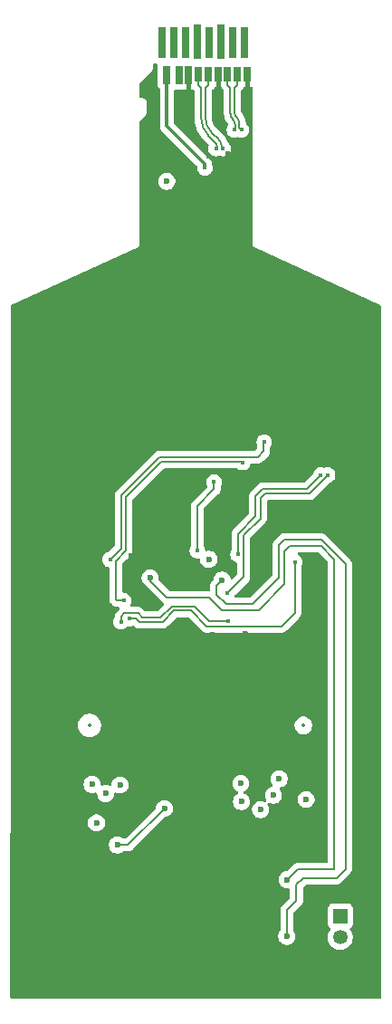
<source format=gtl>
%TF.GenerationSoftware,KiCad,Pcbnew,9.0.2*%
%TF.CreationDate,2025-06-23T16:33:29+08:00*%
%TF.ProjectId,SDEX2M2 MicroSD Express to M.2 NVMe Adapter for Switch 2 WIP,53444558-324d-4322-904d-6963726f5344,rev?*%
%TF.SameCoordinates,Original*%
%TF.FileFunction,Copper,L1,Top*%
%TF.FilePolarity,Positive*%
%FSLAX46Y46*%
G04 Gerber Fmt 4.6, Leading zero omitted, Abs format (unit mm)*
G04 Created by KiCad (PCBNEW 9.0.2) date 2025-06-23 16:33:29*
%MOMM*%
%LPD*%
G01*
G04 APERTURE LIST*
%TA.AperFunction,SMDPad,CuDef*%
%ADD10R,0.800000X2.900000*%
%TD*%
%TA.AperFunction,SMDPad,CuDef*%
%ADD11R,0.800000X3.200000*%
%TD*%
%TA.AperFunction,SMDPad,CuDef*%
%ADD12R,0.760000X1.670000*%
%TD*%
%TA.AperFunction,SMDPad,CuDef*%
%ADD13R,0.760000X1.370000*%
%TD*%
%TA.AperFunction,ComponentPad*%
%ADD14R,1.350000X1.350000*%
%TD*%
%TA.AperFunction,ComponentPad*%
%ADD15C,1.350000*%
%TD*%
%TA.AperFunction,ViaPad*%
%ADD16C,0.450000*%
%TD*%
%TA.AperFunction,ViaPad*%
%ADD17C,0.600000*%
%TD*%
%TA.AperFunction,Conductor*%
%ADD18C,0.200000*%
%TD*%
%TA.AperFunction,Conductor*%
%ADD19C,0.205232*%
%TD*%
%TA.AperFunction,Conductor*%
%ADD20C,0.400000*%
%TD*%
%TA.AperFunction,Conductor*%
%ADD21C,0.300000*%
%TD*%
%ADD22C,0.300000*%
%ADD23C,0.350000*%
G04 APERTURE END LIST*
D10*
%TO.P,J1,1,~{CLKREQ}/DAT2*%
%TO.N,/CLKREQ*%
X137760000Y-80510000D03*
%TO.P,J1,2,~{PERST}/DAT3/CD*%
%TO.N,/PERST*%
X138860000Y-80510000D03*
%TO.P,J1,3,CMD*%
%TO.N,/CMD*%
X139960000Y-80510000D03*
D11*
%TO.P,J1,4,3V3*%
%TO.N,/3.3V*%
X141060000Y-80360000D03*
D10*
%TO.P,J1,5,CLK*%
%TO.N,/CLK*%
X142160000Y-80510000D03*
D11*
%TO.P,J1,6,GND*%
%TO.N,GND*%
X143260000Y-80360000D03*
D10*
%TO.P,J1,7,REFCLK+/DAT0*%
%TO.N,/REFCLK+*%
X144360000Y-80510000D03*
%TO.P,J1,8,REFCLK-/DAT1*%
%TO.N,/REFCLK-*%
X145460000Y-80510000D03*
D12*
%TO.P,J1,9,1V8*%
%TO.N,unconnected-(J1-1V8-Pad9)*%
X138230000Y-83555000D03*
%TO.P,J1,10,GND*%
%TO.N,GND*%
X140270000Y-83555000D03*
D13*
%TO.P,J1,11,PCIe_TX+*%
%TO.N,/TX+*%
X141180000Y-83405000D03*
%TO.P,J1,12,PCIe_TX-*%
%TO.N,/TX-*%
X142090000Y-83405000D03*
%TO.P,J1,13,GND*%
%TO.N,GND*%
X143000000Y-83405000D03*
%TO.P,J1,14,PCIe_RX-*%
%TO.N,/RX-*%
X143910000Y-83405000D03*
%TO.P,J1,15,PCIe_RX+*%
%TO.N,/RX+*%
X144820000Y-83405000D03*
%TO.P,J1,16,GND*%
%TO.N,GND*%
X145730000Y-83405000D03*
D12*
%TO.P,J1,17,1V2*%
%TO.N,unconnected-(J1-1V2-Pad17)*%
X139360000Y-83555000D03*
%TD*%
D14*
%TO.P,J2,1,Pin_1*%
%TO.N,/CMD*%
X154450000Y-162150000D03*
D15*
%TO.P,J2,2,Pin_2*%
%TO.N,/CLK*%
X154450000Y-164150000D03*
%TD*%
D16*
%TO.N,/TX+*%
X145330000Y-119750000D03*
X142833400Y-90380000D03*
X134200000Y-132650000D03*
%TO.N,/TX-*%
X132914892Y-128811727D03*
X143486600Y-90380000D03*
X147340446Y-117819545D03*
%TO.N,/RX+*%
X145203200Y-88640000D03*
X153270000Y-120920000D03*
X143875000Y-131975000D03*
D17*
%TO.N,GND*%
X151750000Y-129300000D03*
X148600000Y-136000000D03*
X136810000Y-83960000D03*
X138460000Y-90810000D03*
D16*
X142100000Y-91120000D03*
D17*
X140270000Y-83555000D03*
X132850000Y-126600000D03*
D16*
X145940000Y-89430000D03*
X143460000Y-88590000D03*
D17*
X131150000Y-136000000D03*
X136110000Y-85060000D03*
X139300000Y-123730000D03*
D16*
X145810000Y-86960000D03*
D17*
X146690000Y-128110000D03*
X156000000Y-123630000D03*
X143000000Y-83405000D03*
X143950000Y-123760000D03*
X144002007Y-90853667D03*
X141250000Y-136350000D03*
X143260000Y-80360000D03*
X149960000Y-123650000D03*
X131300000Y-134400000D03*
X145600000Y-135750000D03*
X141000000Y-149400000D03*
X142500000Y-135850000D03*
X152100000Y-135700000D03*
X147830000Y-128110000D03*
X140020000Y-127950000D03*
X137930000Y-127980000D03*
X145730000Y-83405000D03*
X133550000Y-136250000D03*
X138980000Y-127960000D03*
X134900000Y-128450000D03*
D16*
X145970000Y-91900000D03*
D17*
X140150000Y-92050000D03*
D16*
%TO.N,/RX-*%
X144900000Y-128350000D03*
X144550000Y-88640000D03*
X152616800Y-120920000D03*
%TO.N,/REFCLK+*%
X143950000Y-134550000D03*
X133950000Y-134650000D03*
X144360000Y-80510000D03*
%TO.N,/REFCLK-*%
X150200000Y-129050000D03*
X145460000Y-80510000D03*
X134700000Y-134350000D03*
D17*
%TO.N,/PERST*%
X138000000Y-152100000D03*
X138860000Y-80510000D03*
X133600000Y-155500000D03*
%TO.N,/CLKREQ*%
X137760000Y-80510000D03*
%TO.N,/CMD*%
X149500000Y-158750000D03*
X139960000Y-80510000D03*
X136670000Y-130540000D03*
%TO.N,/CLK*%
X142160000Y-80510000D03*
X143400000Y-130750000D03*
X149450000Y-164050000D03*
%TO.N,/3.3V*%
X133850000Y-149900000D03*
X145150000Y-149750000D03*
X131650000Y-153450000D03*
X151250000Y-151250000D03*
X141060000Y-81260000D03*
X145200000Y-151450000D03*
X141060000Y-80360000D03*
X142150000Y-128800000D03*
X132500000Y-150700000D03*
X138210000Y-93440000D03*
X148200000Y-150850000D03*
X131250000Y-149850000D03*
X148725000Y-149325000D03*
X147000000Y-152200000D03*
D16*
%TO.N,unconnected-(J1-1V8-Pad9)*%
X141785000Y-92190000D03*
X141080000Y-127970000D03*
X142650000Y-121560000D03*
%TD*%
D18*
%TO.N,/TX+*%
X133550000Y-132600000D02*
X133600000Y-132650000D01*
X133450000Y-128950000D02*
X133450000Y-132500000D01*
X134388310Y-123009888D02*
X137723198Y-119675000D01*
D19*
X142809336Y-89858142D02*
X142136197Y-89185003D01*
D18*
X134388310Y-128011690D02*
X133450000Y-128950000D01*
X134388310Y-127788310D02*
X134388310Y-123009888D01*
X133600000Y-132650000D02*
X134200000Y-132650000D01*
D19*
X141180000Y-84432501D02*
X141180000Y-83405000D01*
D18*
X134388310Y-127788310D02*
X134388310Y-128011690D01*
D19*
X142955783Y-90257617D02*
X142955783Y-90211696D01*
D18*
X145255000Y-119675000D02*
X145330000Y-119750000D01*
X137723198Y-119675000D02*
X145255000Y-119675000D01*
D19*
X141430784Y-84683285D02*
X141180000Y-84432501D01*
D18*
X133450000Y-132500000D02*
X133550000Y-132600000D01*
D19*
X142833400Y-90380000D02*
X142955783Y-90257617D01*
X141430784Y-87481985D02*
X141430784Y-84683285D01*
X142955783Y-90211696D02*
G75*
G03*
X142809330Y-89858148I-499983J-4D01*
G01*
X141430784Y-87481985D02*
G75*
G03*
X142136193Y-89185007I2408416J-15D01*
G01*
%TO.N,/TX-*%
X143486600Y-90380000D02*
X143364217Y-90257617D01*
X143364217Y-90257617D02*
X143364217Y-90211696D01*
D18*
X137536802Y-119225000D02*
X146745000Y-119225000D01*
X132914892Y-128811727D02*
X133938308Y-127788310D01*
D19*
X142090000Y-84432501D02*
X142090000Y-83405000D01*
X141839216Y-87481983D02*
X141839216Y-84683285D01*
X143098143Y-89569337D02*
X142425002Y-88896196D01*
D18*
X147280000Y-118690000D02*
X147280000Y-117879991D01*
X146745000Y-119225000D02*
X147280000Y-118690000D01*
D19*
X141839216Y-84683285D02*
X142090000Y-84432501D01*
D18*
X133938308Y-122823494D02*
X137536802Y-119225000D01*
X133938308Y-127788310D02*
X133938308Y-122823494D01*
X147280000Y-117879991D02*
X147340446Y-117819545D01*
D19*
X142425002Y-88896196D02*
G75*
G02*
X141839223Y-87481983I1414198J1414196D01*
G01*
X143098143Y-89569337D02*
G75*
G02*
X143364224Y-90211696I-642343J-642363D01*
G01*
D18*
%TO.N,/RX+*%
X151600321Y-122645000D02*
X153270000Y-120975321D01*
X146985000Y-124971397D02*
X146985000Y-123069069D01*
D19*
X145203200Y-88640000D02*
X145053616Y-88490416D01*
X145014217Y-88391996D02*
X145014217Y-88071696D01*
X145014217Y-88071696D02*
X145012437Y-87982399D01*
X144569216Y-87043303D02*
X144569216Y-84683285D01*
X144570679Y-87108936D02*
X144569216Y-87043303D01*
X144569216Y-84683285D02*
X144820000Y-84432501D01*
X144748143Y-87429337D02*
X144715662Y-87396856D01*
X144820000Y-84432501D02*
X144820000Y-83405000D01*
D18*
X146985000Y-123069069D02*
X147409069Y-122645000D01*
D19*
X145012437Y-87982399D02*
X144977593Y-87807236D01*
X144604655Y-87235730D02*
X144570679Y-87108936D01*
X144977593Y-87807236D02*
X144909247Y-87642237D01*
X145053616Y-88431395D02*
X145014217Y-88391996D01*
D18*
X147409069Y-122645000D02*
X151600321Y-122645000D01*
D19*
X144670290Y-87349408D02*
X144604655Y-87235730D01*
X144715662Y-87396856D02*
X144670290Y-87349408D01*
X144810023Y-87493743D02*
X144748143Y-87429337D01*
D18*
X145400000Y-126556397D02*
X146985000Y-124971397D01*
D19*
X145053616Y-88490416D02*
X145053616Y-88431395D01*
D18*
X153270000Y-120975321D02*
X153270000Y-120920000D01*
X145400000Y-130450000D02*
X145400000Y-126556397D01*
D19*
X144909247Y-87642237D02*
X144810023Y-87493743D01*
D18*
X143875000Y-131975000D02*
X145400000Y-130450000D01*
D20*
%TO.N,GND*%
X140270000Y-83555000D02*
X140270000Y-85520000D01*
X143000000Y-83402500D02*
X143000000Y-85337500D01*
X145730000Y-83405000D02*
X145730000Y-84910000D01*
D18*
%TO.N,/RX-*%
X144900000Y-126420000D02*
X146535000Y-124785000D01*
D19*
X143910000Y-84432501D02*
X143910000Y-83405000D01*
X144605783Y-88517617D02*
X144605783Y-88071696D01*
D18*
X144900000Y-128350000D02*
X144900000Y-126420000D01*
X146535000Y-122882673D02*
X147222673Y-122195000D01*
D19*
X144160784Y-84683285D02*
X143910000Y-84432501D01*
D18*
X147222673Y-122195000D02*
X151358603Y-122195000D01*
X152616800Y-120936803D02*
X152616800Y-120920000D01*
X151358603Y-122195000D02*
X152616800Y-120936803D01*
D19*
X144459336Y-87718142D02*
X144426857Y-87685663D01*
D18*
X146535000Y-124785000D02*
X146535000Y-122882673D01*
D19*
X144483400Y-88640000D02*
X144605783Y-88517617D01*
X144160784Y-87043305D02*
X144160784Y-84683285D01*
X144605783Y-88071696D02*
G75*
G03*
X144459330Y-87718148I-499983J-4D01*
G01*
X144426857Y-87685663D02*
G75*
G02*
X144160776Y-87043305I642343J642363D01*
G01*
D18*
%TO.N,/REFCLK+*%
X142150000Y-134550000D02*
X140800000Y-133200000D01*
X135950000Y-134250000D02*
X135549000Y-133849000D01*
X138700000Y-133200000D02*
X137650000Y-134250000D01*
X133950000Y-134150000D02*
X133950000Y-134650000D01*
X135549000Y-133849000D02*
X134251000Y-133849000D01*
X140800000Y-133200000D02*
X138700000Y-133200000D01*
X143950000Y-134550000D02*
X142150000Y-134550000D01*
X137650000Y-134250000D02*
X135950000Y-134250000D01*
X134251000Y-133849000D02*
X133950000Y-134150000D01*
%TO.N,/REFCLK-*%
X141950000Y-135050000D02*
X148950000Y-135050000D01*
X134700000Y-134350000D02*
X135350000Y-134350000D01*
X135350000Y-134350000D02*
X135650000Y-134650000D01*
X148950000Y-135050000D02*
X150200000Y-133800000D01*
X140500000Y-133600000D02*
X141950000Y-135050000D01*
X150200000Y-133800000D02*
X150200000Y-129050000D01*
X138900000Y-133600000D02*
X140500000Y-133600000D01*
X137850000Y-134650000D02*
X138900000Y-133600000D01*
X135650000Y-134650000D02*
X137850000Y-134650000D01*
%TO.N,/PERST*%
X134600000Y-155500000D02*
X138000000Y-152100000D01*
X133600000Y-155500000D02*
X134600000Y-155500000D01*
%TO.N,/CMD*%
X146800000Y-133550000D02*
X149250000Y-131100000D01*
X142200000Y-132350000D02*
X143400000Y-133550000D01*
X138200000Y-132350000D02*
X142200000Y-132350000D01*
X149250000Y-131100000D02*
X149250000Y-128050000D01*
X152650000Y-127550000D02*
X153900000Y-128800000D01*
X143400000Y-133550000D02*
X146800000Y-133550000D01*
X136670000Y-130540000D02*
X136670000Y-130820000D01*
X150450000Y-157800000D02*
X149500000Y-158750000D01*
X149250000Y-128050000D02*
X149750000Y-127550000D01*
X153900000Y-157800000D02*
X150450000Y-157800000D01*
X136670000Y-130820000D02*
X138200000Y-132350000D01*
X153900000Y-128800000D02*
X153900000Y-157800000D01*
X149750000Y-127550000D02*
X152650000Y-127550000D01*
%TO.N,/CLK*%
X143800000Y-133000000D02*
X142900000Y-132100000D01*
X150350000Y-159250000D02*
X151000000Y-158600000D01*
X154950000Y-129250000D02*
X152650000Y-126950000D01*
X150350000Y-160700000D02*
X150350000Y-159250000D01*
X142900000Y-131250000D02*
X143400000Y-130750000D01*
X149250000Y-126950000D02*
X148700000Y-127500000D01*
X154100000Y-158600000D02*
X154950000Y-157750000D01*
X151000000Y-158600000D02*
X154100000Y-158600000D01*
X142900000Y-132100000D02*
X142900000Y-131250000D01*
X152650000Y-126950000D02*
X149250000Y-126950000D01*
X146250000Y-133000000D02*
X143800000Y-133000000D01*
X148700000Y-130550000D02*
X146250000Y-133000000D01*
X149450000Y-161600000D02*
X150350000Y-160700000D01*
X154950000Y-157750000D02*
X154950000Y-129250000D01*
X148700000Y-127500000D02*
X148700000Y-130550000D01*
X149450000Y-164050000D02*
X149450000Y-161600000D01*
%TO.N,unconnected-(J1-1V8-Pad9)*%
X142650000Y-121560000D02*
X142650000Y-122240000D01*
X142650000Y-122240000D02*
X141080000Y-123810000D01*
D21*
X141785000Y-91785000D02*
X138230000Y-88230000D01*
X138230000Y-88230000D02*
X138230000Y-83555000D01*
X141785000Y-92190000D02*
X141785000Y-91785000D01*
D18*
X141080000Y-123810000D02*
X141080000Y-127970000D01*
%TD*%
%TA.AperFunction,Conductor*%
%TO.N,GND*%
G36*
X137098853Y-82401504D02*
G01*
X137102147Y-82401031D01*
X137121227Y-82405900D01*
X137125482Y-82406737D01*
X137126663Y-82407150D01*
X137252517Y-82454091D01*
X137264340Y-82455362D01*
X137277839Y-82460089D01*
X137334605Y-82500824D01*
X137360338Y-82565783D01*
X137357536Y-82605626D01*
X137355909Y-82612513D01*
X137349501Y-82672116D01*
X137349500Y-82672135D01*
X137349500Y-84437870D01*
X137349501Y-84437876D01*
X137355908Y-84497483D01*
X137406202Y-84632328D01*
X137406203Y-84632329D01*
X137406204Y-84632331D01*
X137492454Y-84747546D01*
X137529810Y-84775510D01*
X137571682Y-84831443D01*
X137579500Y-84874777D01*
X137579500Y-88294069D01*
X137579500Y-88294071D01*
X137579499Y-88294071D01*
X137603664Y-88415550D01*
X137604496Y-88419733D01*
X137604498Y-88419740D01*
X137604499Y-88419744D01*
X137653535Y-88538127D01*
X137724723Y-88644669D01*
X137724726Y-88644673D01*
X137724727Y-88644674D01*
X141035711Y-91955656D01*
X141069196Y-92016979D01*
X141069648Y-92067527D01*
X141059500Y-92118545D01*
X141059500Y-92261455D01*
X141059500Y-92261457D01*
X141059499Y-92261457D01*
X141087379Y-92401614D01*
X141087381Y-92401620D01*
X141142069Y-92533650D01*
X141142074Y-92533659D01*
X141221467Y-92652478D01*
X141221470Y-92652482D01*
X141322517Y-92753529D01*
X141322521Y-92753532D01*
X141441340Y-92832925D01*
X141441346Y-92832928D01*
X141441347Y-92832929D01*
X141573380Y-92887619D01*
X141573384Y-92887619D01*
X141573385Y-92887620D01*
X141713542Y-92915500D01*
X141713545Y-92915500D01*
X141856457Y-92915500D01*
X141950751Y-92896742D01*
X141996620Y-92887619D01*
X142128653Y-92832929D01*
X142247479Y-92753532D01*
X142348532Y-92652479D01*
X142427929Y-92533653D01*
X142482619Y-92401620D01*
X142510500Y-92261455D01*
X142510500Y-92118545D01*
X142510500Y-92118542D01*
X142482620Y-91978385D01*
X142482619Y-91978384D01*
X142482619Y-91978380D01*
X142482617Y-91978375D01*
X142444939Y-91887410D01*
X142435500Y-91839958D01*
X142435500Y-91720928D01*
X142410502Y-91595261D01*
X142410501Y-91595260D01*
X142410501Y-91595256D01*
X142361465Y-91476873D01*
X142361464Y-91476872D01*
X142361461Y-91476866D01*
X142290277Y-91370332D01*
X142290276Y-91370331D01*
X142199669Y-91279724D01*
X138916819Y-87996873D01*
X138883334Y-87935550D01*
X138880500Y-87909192D01*
X138880500Y-85014499D01*
X138900185Y-84947460D01*
X138952989Y-84901705D01*
X139004495Y-84890499D01*
X139787872Y-84890499D01*
X139804096Y-84888755D01*
X139830604Y-84888755D01*
X139842177Y-84889999D01*
X139842178Y-84890000D01*
X140701149Y-84890000D01*
X140701149Y-84891015D01*
X140765029Y-84906111D01*
X140813544Y-84956391D01*
X140827668Y-85013865D01*
X140827668Y-87568942D01*
X140827674Y-87569039D01*
X140827674Y-87629929D01*
X140835454Y-87708928D01*
X140856673Y-87924387D01*
X140856673Y-87924390D01*
X140914398Y-88214605D01*
X141000293Y-88497767D01*
X141113524Y-88771131D01*
X141113531Y-88771145D01*
X141253010Y-89032095D01*
X141417404Y-89278128D01*
X141605119Y-89506860D01*
X141649243Y-89550983D01*
X141649262Y-89551004D01*
X142115521Y-90017262D01*
X142149006Y-90078585D01*
X142144022Y-90148276D01*
X142142404Y-90152389D01*
X142135781Y-90168380D01*
X142135779Y-90168386D01*
X142107900Y-90308542D01*
X142107900Y-90308545D01*
X142107900Y-90451455D01*
X142107900Y-90451457D01*
X142107899Y-90451457D01*
X142135779Y-90591614D01*
X142135781Y-90591620D01*
X142190469Y-90723650D01*
X142190474Y-90723659D01*
X142269867Y-90842478D01*
X142269870Y-90842482D01*
X142370917Y-90943529D01*
X142370921Y-90943532D01*
X142489740Y-91022925D01*
X142489749Y-91022930D01*
X142519658Y-91035318D01*
X142621780Y-91077619D01*
X142621784Y-91077619D01*
X142621785Y-91077620D01*
X142761942Y-91105500D01*
X142761945Y-91105500D01*
X142904857Y-91105500D01*
X142999151Y-91086742D01*
X143045020Y-91077619D01*
X143112547Y-91049647D01*
X143182015Y-91042178D01*
X143207450Y-91049647D01*
X143237513Y-91062099D01*
X143274974Y-91077617D01*
X143274977Y-91077617D01*
X143274980Y-91077619D01*
X143274984Y-91077619D01*
X143274985Y-91077620D01*
X143415142Y-91105500D01*
X143415145Y-91105500D01*
X143558057Y-91105500D01*
X143652351Y-91086742D01*
X143698220Y-91077619D01*
X143830253Y-91022929D01*
X143949079Y-90943532D01*
X144050132Y-90842479D01*
X144129529Y-90723653D01*
X144184219Y-90591620D01*
X144212100Y-90451455D01*
X144212100Y-90308545D01*
X144212100Y-90308542D01*
X144184220Y-90168385D01*
X144184219Y-90168384D01*
X144184219Y-90168380D01*
X144129529Y-90036347D01*
X144129528Y-90036346D01*
X144129525Y-90036340D01*
X144050132Y-89917521D01*
X144050129Y-89917517D01*
X143949082Y-89816470D01*
X143949077Y-89816466D01*
X143946079Y-89814463D01*
X143944862Y-89813007D01*
X143944371Y-89812604D01*
X143944447Y-89812510D01*
X143901273Y-89760852D01*
X143895193Y-89743452D01*
X143890190Y-89724781D01*
X143890189Y-89724776D01*
X143814360Y-89541714D01*
X143814354Y-89541705D01*
X143814353Y-89541701D01*
X143715293Y-89370129D01*
X143715282Y-89370112D01*
X143690347Y-89337617D01*
X143594660Y-89212917D01*
X143594658Y-89212915D01*
X143594655Y-89212911D01*
X143524605Y-89142864D01*
X142854351Y-88472610D01*
X142848804Y-88466688D01*
X142736353Y-88338462D01*
X142726479Y-88325594D01*
X142633998Y-88187186D01*
X142625888Y-88173138D01*
X142552262Y-88023838D01*
X142546054Y-88008852D01*
X142492545Y-87851214D01*
X142488348Y-87835548D01*
X142465388Y-87720118D01*
X142455873Y-87672283D01*
X142453758Y-87656224D01*
X142442596Y-87485903D01*
X142442332Y-87477805D01*
X142442333Y-87408757D01*
X142442332Y-87408752D01*
X142442332Y-84984466D01*
X142462017Y-84917427D01*
X142478651Y-84896785D01*
X142500659Y-84874777D01*
X142572613Y-84802823D01*
X142652014Y-84665295D01*
X142652014Y-84665293D01*
X142656077Y-84658257D01*
X142657510Y-84659084D01*
X142695332Y-84612147D01*
X142761625Y-84590079D01*
X142766056Y-84590000D01*
X143233944Y-84590000D01*
X143300983Y-84609685D01*
X143343355Y-84658584D01*
X143343923Y-84658257D01*
X143345624Y-84661203D01*
X143346738Y-84662489D01*
X143347878Y-84665107D01*
X143347985Y-84665293D01*
X143347986Y-84665295D01*
X143395473Y-84747546D01*
X143427386Y-84802821D01*
X143427388Y-84802824D01*
X143521349Y-84896785D01*
X143554834Y-84958108D01*
X143557668Y-84984466D01*
X143557668Y-86970072D01*
X143557667Y-86970077D01*
X143557667Y-86985894D01*
X143557667Y-86991941D01*
X143557659Y-86991968D01*
X143557660Y-87142381D01*
X143583426Y-87338071D01*
X143583526Y-87338831D01*
X143634811Y-87530225D01*
X143710640Y-87713287D01*
X143710641Y-87713288D01*
X143710646Y-87713299D01*
X143809706Y-87884871D01*
X143809712Y-87884880D01*
X143809715Y-87884885D01*
X143930341Y-88042083D01*
X143946275Y-88058017D01*
X143979762Y-88119339D01*
X143974779Y-88189030D01*
X143961698Y-88214591D01*
X143907074Y-88296340D01*
X143907069Y-88296349D01*
X143852381Y-88428379D01*
X143852379Y-88428385D01*
X143824500Y-88568542D01*
X143824500Y-88568545D01*
X143824500Y-88711455D01*
X143824500Y-88711457D01*
X143824499Y-88711457D01*
X143852379Y-88851614D01*
X143852381Y-88851620D01*
X143907069Y-88983650D01*
X143907074Y-88983659D01*
X143986467Y-89102478D01*
X143986470Y-89102482D01*
X144087517Y-89203529D01*
X144087521Y-89203532D01*
X144206340Y-89282925D01*
X144206349Y-89282930D01*
X144236258Y-89295318D01*
X144338380Y-89337619D01*
X144338384Y-89337619D01*
X144338385Y-89337620D01*
X144478542Y-89365500D01*
X144478545Y-89365500D01*
X144621457Y-89365500D01*
X144715751Y-89346742D01*
X144761620Y-89337619D01*
X144829147Y-89309647D01*
X144898615Y-89302178D01*
X144924050Y-89309647D01*
X144954113Y-89322099D01*
X144991574Y-89337617D01*
X144991577Y-89337617D01*
X144991580Y-89337619D01*
X144991584Y-89337619D01*
X144991585Y-89337620D01*
X145131742Y-89365500D01*
X145131745Y-89365500D01*
X145274657Y-89365500D01*
X145368951Y-89346742D01*
X145414820Y-89337619D01*
X145546853Y-89282929D01*
X145665679Y-89203532D01*
X145766732Y-89102479D01*
X145846129Y-88983653D01*
X145900819Y-88851620D01*
X145928700Y-88711455D01*
X145928700Y-88568545D01*
X145928700Y-88568542D01*
X145900820Y-88428385D01*
X145900819Y-88428384D01*
X145900819Y-88428380D01*
X145846129Y-88296347D01*
X145846128Y-88296346D01*
X145846125Y-88296340D01*
X145766732Y-88177521D01*
X145766729Y-88177517D01*
X145665679Y-88076467D01*
X145662725Y-88074043D01*
X145661592Y-88072380D01*
X145661372Y-88072160D01*
X145661413Y-88072118D01*
X145643620Y-88045998D01*
X145624050Y-88018287D01*
X145623882Y-88017023D01*
X145623389Y-88016299D01*
X145617505Y-87983605D01*
X145617209Y-87976846D01*
X145619454Y-87942607D01*
X145614658Y-87918498D01*
X145614244Y-87909030D01*
X145614401Y-87908391D01*
X145614151Y-87906090D01*
X145613851Y-87890993D01*
X145600402Y-87844530D01*
X145597901Y-87834262D01*
X145596530Y-87827372D01*
X145572970Y-87708928D01*
X145565184Y-87649788D01*
X145557530Y-87631311D01*
X145553628Y-87611692D01*
X145529031Y-87561816D01*
X145525684Y-87554428D01*
X145515659Y-87530225D01*
X145474006Y-87429668D01*
X145454829Y-87373175D01*
X145443718Y-87356547D01*
X145436066Y-87338073D01*
X145436065Y-87338071D01*
X145402219Y-87293963D01*
X145397493Y-87287368D01*
X145328763Y-87184510D01*
X145325814Y-87180096D01*
X145299946Y-87133147D01*
X145281870Y-87114333D01*
X145267376Y-87092642D01*
X145243484Y-87071690D01*
X145237082Y-87065660D01*
X145231100Y-87059611D01*
X145230756Y-87059015D01*
X145208436Y-87036695D01*
X145208167Y-87036423D01*
X145191756Y-87005970D01*
X145175166Y-86975587D01*
X145175111Y-86975082D01*
X145175022Y-86974916D01*
X145175052Y-86974526D01*
X145172332Y-86949229D01*
X145172332Y-84984466D01*
X145192017Y-84917427D01*
X145208651Y-84896785D01*
X145230659Y-84874777D01*
X145302613Y-84802823D01*
X145382014Y-84665295D01*
X145382014Y-84665293D01*
X145386077Y-84658257D01*
X145387510Y-84659084D01*
X145425332Y-84612147D01*
X145491625Y-84590079D01*
X145496056Y-84590000D01*
X146135500Y-84590000D01*
X146202539Y-84609685D01*
X146248294Y-84662489D01*
X146259500Y-84714000D01*
X146259500Y-92920118D01*
X146259500Y-99412153D01*
X146258125Y-99448193D01*
X146259500Y-99451907D01*
X146259500Y-99455867D01*
X146272405Y-99487024D01*
X146274115Y-99491387D01*
X146285815Y-99522993D01*
X146289074Y-99528298D01*
X146289569Y-99529104D01*
X146313833Y-99553368D01*
X146317112Y-99556774D01*
X146340027Y-99581507D01*
X146340029Y-99581507D01*
X146345083Y-99585171D01*
X146345084Y-99585172D01*
X146345836Y-99585717D01*
X146377546Y-99598851D01*
X146381879Y-99600743D01*
X158227288Y-105045316D01*
X158279979Y-105091198D01*
X158299500Y-105157983D01*
X158299500Y-169745500D01*
X158279815Y-169812539D01*
X158227011Y-169858294D01*
X158175500Y-169869500D01*
X123724512Y-169869500D01*
X123657473Y-169849815D01*
X123611718Y-169797011D01*
X123600512Y-169745495D01*
X123600992Y-157319479D01*
X123601065Y-155421153D01*
X132799500Y-155421153D01*
X132799500Y-155578846D01*
X132830261Y-155733489D01*
X132830264Y-155733501D01*
X132890602Y-155879172D01*
X132890609Y-155879185D01*
X132978210Y-156010288D01*
X132978213Y-156010292D01*
X133089707Y-156121786D01*
X133089711Y-156121789D01*
X133220814Y-156209390D01*
X133220827Y-156209397D01*
X133366498Y-156269735D01*
X133366503Y-156269737D01*
X133521153Y-156300499D01*
X133521156Y-156300500D01*
X133521158Y-156300500D01*
X133678844Y-156300500D01*
X133678845Y-156300499D01*
X133833497Y-156269737D01*
X133979179Y-156209394D01*
X133979185Y-156209390D01*
X134110875Y-156121398D01*
X134177553Y-156100520D01*
X134179766Y-156100500D01*
X134513331Y-156100500D01*
X134513347Y-156100501D01*
X134520943Y-156100501D01*
X134679054Y-156100501D01*
X134679057Y-156100501D01*
X134831785Y-156059577D01*
X134881904Y-156030639D01*
X134968716Y-155980520D01*
X135080520Y-155868716D01*
X135080520Y-155868714D01*
X135090728Y-155858507D01*
X135090729Y-155858504D01*
X138014662Y-152934572D01*
X138075983Y-152901089D01*
X138078150Y-152900638D01*
X138136085Y-152889113D01*
X138233497Y-152869737D01*
X138379179Y-152809394D01*
X138510289Y-152721789D01*
X138621789Y-152610289D01*
X138709394Y-152479179D01*
X138769737Y-152333497D01*
X138800500Y-152178842D01*
X138800500Y-152021158D01*
X138800500Y-152021155D01*
X138800499Y-152021153D01*
X138770788Y-151871789D01*
X138769737Y-151866503D01*
X138769735Y-151866498D01*
X138709397Y-151720827D01*
X138709390Y-151720814D01*
X138621789Y-151589711D01*
X138621786Y-151589707D01*
X138510292Y-151478213D01*
X138510288Y-151478210D01*
X138379185Y-151390609D01*
X138379172Y-151390602D01*
X138233501Y-151330264D01*
X138233489Y-151330261D01*
X138078845Y-151299500D01*
X138078842Y-151299500D01*
X137921158Y-151299500D01*
X137921155Y-151299500D01*
X137766510Y-151330261D01*
X137766498Y-151330264D01*
X137620827Y-151390602D01*
X137620814Y-151390609D01*
X137489711Y-151478210D01*
X137489707Y-151478213D01*
X137378213Y-151589707D01*
X137378210Y-151589711D01*
X137290609Y-151720814D01*
X137290602Y-151720827D01*
X137230264Y-151866498D01*
X137230261Y-151866508D01*
X137199361Y-152021850D01*
X137166976Y-152083761D01*
X137165425Y-152085339D01*
X134387584Y-154863181D01*
X134360656Y-154877884D01*
X134334838Y-154894477D01*
X134328637Y-154895368D01*
X134326261Y-154896666D01*
X134299903Y-154899500D01*
X134179766Y-154899500D01*
X134112727Y-154879815D01*
X134110875Y-154878602D01*
X133979185Y-154790609D01*
X133979172Y-154790602D01*
X133833501Y-154730264D01*
X133833489Y-154730261D01*
X133678845Y-154699500D01*
X133678842Y-154699500D01*
X133521158Y-154699500D01*
X133521155Y-154699500D01*
X133366510Y-154730261D01*
X133366498Y-154730264D01*
X133220827Y-154790602D01*
X133220814Y-154790609D01*
X133089711Y-154878210D01*
X133089707Y-154878213D01*
X132978213Y-154989707D01*
X132978210Y-154989711D01*
X132890609Y-155120814D01*
X132890602Y-155120827D01*
X132830264Y-155266498D01*
X132830261Y-155266510D01*
X132799500Y-155421153D01*
X123601065Y-155421153D01*
X123601144Y-153371153D01*
X130849500Y-153371153D01*
X130849500Y-153528846D01*
X130880261Y-153683489D01*
X130880264Y-153683501D01*
X130940602Y-153829172D01*
X130940609Y-153829185D01*
X131028210Y-153960288D01*
X131028213Y-153960292D01*
X131139707Y-154071786D01*
X131139711Y-154071789D01*
X131270814Y-154159390D01*
X131270827Y-154159397D01*
X131416498Y-154219735D01*
X131416503Y-154219737D01*
X131571153Y-154250499D01*
X131571156Y-154250500D01*
X131571158Y-154250500D01*
X131728844Y-154250500D01*
X131728845Y-154250499D01*
X131883497Y-154219737D01*
X132029179Y-154159394D01*
X132160289Y-154071789D01*
X132271789Y-153960289D01*
X132359394Y-153829179D01*
X132419737Y-153683497D01*
X132450500Y-153528842D01*
X132450500Y-153371158D01*
X132450500Y-153371155D01*
X132450499Y-153371153D01*
X132419738Y-153216510D01*
X132419737Y-153216503D01*
X132419735Y-153216498D01*
X132359397Y-153070827D01*
X132359390Y-153070814D01*
X132271789Y-152939711D01*
X132271786Y-152939707D01*
X132160292Y-152828213D01*
X132160288Y-152828210D01*
X132029185Y-152740609D01*
X132029172Y-152740602D01*
X131883501Y-152680264D01*
X131883489Y-152680261D01*
X131728845Y-152649500D01*
X131728842Y-152649500D01*
X131571158Y-152649500D01*
X131571155Y-152649500D01*
X131416510Y-152680261D01*
X131416498Y-152680264D01*
X131270827Y-152740602D01*
X131270814Y-152740609D01*
X131139711Y-152828210D01*
X131139707Y-152828213D01*
X131028213Y-152939707D01*
X131028210Y-152939711D01*
X130940609Y-153070814D01*
X130940602Y-153070827D01*
X130880264Y-153216498D01*
X130880261Y-153216510D01*
X130849500Y-153371153D01*
X123601144Y-153371153D01*
X123601283Y-149771153D01*
X130449500Y-149771153D01*
X130449500Y-149928846D01*
X130480261Y-150083489D01*
X130480264Y-150083501D01*
X130540602Y-150229172D01*
X130540609Y-150229185D01*
X130628210Y-150360288D01*
X130628213Y-150360292D01*
X130739707Y-150471786D01*
X130739711Y-150471789D01*
X130870814Y-150559390D01*
X130870827Y-150559397D01*
X130992665Y-150609863D01*
X131016503Y-150619737D01*
X131166131Y-150649500D01*
X131171153Y-150650499D01*
X131171156Y-150650500D01*
X131171158Y-150650500D01*
X131328844Y-150650500D01*
X131328845Y-150650499D01*
X131483497Y-150619737D01*
X131528050Y-150601282D01*
X131597515Y-150593814D01*
X131659995Y-150625088D01*
X131695648Y-150685177D01*
X131699500Y-150715844D01*
X131699500Y-150778846D01*
X131730261Y-150933489D01*
X131730264Y-150933501D01*
X131790602Y-151079172D01*
X131790609Y-151079185D01*
X131878210Y-151210288D01*
X131878213Y-151210292D01*
X131989707Y-151321786D01*
X131989711Y-151321789D01*
X132120814Y-151409390D01*
X132120827Y-151409397D01*
X132266498Y-151469735D01*
X132266503Y-151469737D01*
X132410515Y-151498383D01*
X132421153Y-151500499D01*
X132421156Y-151500500D01*
X132421158Y-151500500D01*
X132578844Y-151500500D01*
X132578845Y-151500499D01*
X132733497Y-151469737D01*
X132879179Y-151409394D01*
X133010289Y-151321789D01*
X133121789Y-151210289D01*
X133209394Y-151079179D01*
X133212854Y-151070827D01*
X133267163Y-150939711D01*
X133269737Y-150933497D01*
X133300500Y-150778842D01*
X133300500Y-150724424D01*
X133320185Y-150657385D01*
X133372989Y-150611630D01*
X133442147Y-150601686D01*
X133471952Y-150609863D01*
X133570060Y-150650500D01*
X133616503Y-150669737D01*
X133771153Y-150700499D01*
X133771156Y-150700500D01*
X133771158Y-150700500D01*
X133928844Y-150700500D01*
X133928845Y-150700499D01*
X134083497Y-150669737D01*
X134229179Y-150609394D01*
X134360289Y-150521789D01*
X134471789Y-150410289D01*
X134559394Y-150279179D01*
X134567016Y-150260779D01*
X134580102Y-150229185D01*
X134619737Y-150133497D01*
X134650500Y-149978842D01*
X134650500Y-149821158D01*
X134650500Y-149821155D01*
X134650499Y-149821153D01*
X134624264Y-149689257D01*
X134620662Y-149671153D01*
X144349500Y-149671153D01*
X144349500Y-149828846D01*
X144380261Y-149983489D01*
X144380264Y-149983501D01*
X144440602Y-150129172D01*
X144440609Y-150129185D01*
X144528210Y-150260288D01*
X144528213Y-150260292D01*
X144639707Y-150371786D01*
X144639711Y-150371789D01*
X144770814Y-150459390D01*
X144770827Y-150459397D01*
X144858698Y-150495794D01*
X144913102Y-150539635D01*
X144935167Y-150605929D01*
X144917888Y-150673628D01*
X144866751Y-150721239D01*
X144858699Y-150724916D01*
X144820824Y-150740604D01*
X144820814Y-150740609D01*
X144689711Y-150828210D01*
X144689707Y-150828213D01*
X144578213Y-150939707D01*
X144578210Y-150939711D01*
X144490609Y-151070814D01*
X144490602Y-151070827D01*
X144430264Y-151216498D01*
X144430261Y-151216510D01*
X144399500Y-151371153D01*
X144399500Y-151528846D01*
X144430261Y-151683489D01*
X144430264Y-151683501D01*
X144490602Y-151829172D01*
X144490609Y-151829185D01*
X144578210Y-151960288D01*
X144578213Y-151960292D01*
X144689707Y-152071786D01*
X144689711Y-152071789D01*
X144820814Y-152159390D01*
X144820827Y-152159397D01*
X144966498Y-152219735D01*
X144966503Y-152219737D01*
X145121153Y-152250499D01*
X145121156Y-152250500D01*
X145121158Y-152250500D01*
X145278844Y-152250500D01*
X145278845Y-152250499D01*
X145433497Y-152219737D01*
X145579179Y-152159394D01*
X145636411Y-152121153D01*
X146199500Y-152121153D01*
X146199500Y-152278846D01*
X146230261Y-152433489D01*
X146230264Y-152433501D01*
X146290602Y-152579172D01*
X146290609Y-152579185D01*
X146378210Y-152710288D01*
X146378213Y-152710292D01*
X146489707Y-152821786D01*
X146489711Y-152821789D01*
X146620814Y-152909390D01*
X146620827Y-152909397D01*
X146694013Y-152939711D01*
X146766503Y-152969737D01*
X146921153Y-153000499D01*
X146921156Y-153000500D01*
X146921158Y-153000500D01*
X147078844Y-153000500D01*
X147078845Y-153000499D01*
X147233497Y-152969737D01*
X147379179Y-152909394D01*
X147510289Y-152821789D01*
X147621789Y-152710289D01*
X147709394Y-152579179D01*
X147769737Y-152433497D01*
X147800500Y-152278842D01*
X147800500Y-152121158D01*
X147800500Y-152121155D01*
X147800499Y-152121153D01*
X147780746Y-152021850D01*
X147769737Y-151966503D01*
X147766791Y-151959390D01*
X147709397Y-151820827D01*
X147709390Y-151820814D01*
X147650289Y-151732364D01*
X147629411Y-151665687D01*
X147647895Y-151598307D01*
X147699874Y-151551616D01*
X147768844Y-151540440D01*
X147814866Y-151557604D01*
X147815446Y-151556521D01*
X147820827Y-151559397D01*
X147966498Y-151619735D01*
X147966503Y-151619737D01*
X148121153Y-151650499D01*
X148121156Y-151650500D01*
X148121158Y-151650500D01*
X148278844Y-151650500D01*
X148278845Y-151650499D01*
X148433497Y-151619737D01*
X148579179Y-151559394D01*
X148710289Y-151471789D01*
X148821789Y-151360289D01*
X148909394Y-151229179D01*
X148917217Y-151210292D01*
X148933429Y-151171153D01*
X150449500Y-151171153D01*
X150449500Y-151328846D01*
X150480261Y-151483489D01*
X150480264Y-151483501D01*
X150540602Y-151629172D01*
X150540609Y-151629185D01*
X150628210Y-151760288D01*
X150628213Y-151760292D01*
X150739707Y-151871786D01*
X150739711Y-151871789D01*
X150870814Y-151959390D01*
X150870827Y-151959397D01*
X151016498Y-152019735D01*
X151016503Y-152019737D01*
X151171153Y-152050499D01*
X151171156Y-152050500D01*
X151171158Y-152050500D01*
X151328844Y-152050500D01*
X151328845Y-152050499D01*
X151483497Y-152019737D01*
X151629179Y-151959394D01*
X151760289Y-151871789D01*
X151871789Y-151760289D01*
X151959394Y-151629179D01*
X152019737Y-151483497D01*
X152050500Y-151328842D01*
X152050500Y-151171158D01*
X152050500Y-151171155D01*
X152050499Y-151171153D01*
X152032204Y-151079179D01*
X152019737Y-151016503D01*
X151987929Y-150939711D01*
X151959397Y-150870827D01*
X151959390Y-150870814D01*
X151871789Y-150739711D01*
X151871786Y-150739707D01*
X151760292Y-150628213D01*
X151760288Y-150628210D01*
X151629185Y-150540609D01*
X151629172Y-150540602D01*
X151483501Y-150480264D01*
X151483489Y-150480261D01*
X151328845Y-150449500D01*
X151328842Y-150449500D01*
X151171158Y-150449500D01*
X151171155Y-150449500D01*
X151016510Y-150480261D01*
X151016498Y-150480264D01*
X150870827Y-150540602D01*
X150870814Y-150540609D01*
X150739711Y-150628210D01*
X150739707Y-150628213D01*
X150628213Y-150739707D01*
X150628210Y-150739711D01*
X150540609Y-150870814D01*
X150540602Y-150870827D01*
X150480264Y-151016498D01*
X150480261Y-151016510D01*
X150449500Y-151171153D01*
X148933429Y-151171153D01*
X148955603Y-151117621D01*
X148955605Y-151117614D01*
X148969737Y-151083497D01*
X149000500Y-150928842D01*
X149000500Y-150771158D01*
X149000500Y-150771155D01*
X149000499Y-150771153D01*
X148980326Y-150669737D01*
X148969737Y-150616503D01*
X148938298Y-150540602D01*
X148909397Y-150470827D01*
X148909390Y-150470814D01*
X148821789Y-150339711D01*
X148821786Y-150339707D01*
X148804181Y-150322102D01*
X148770696Y-150260779D01*
X148775680Y-150191087D01*
X148817552Y-150135154D01*
X148867671Y-150112804D01*
X148907566Y-150104867D01*
X148958497Y-150094737D01*
X149104179Y-150034394D01*
X149235289Y-149946789D01*
X149346789Y-149835289D01*
X149434394Y-149704179D01*
X149494737Y-149558497D01*
X149525500Y-149403842D01*
X149525500Y-149246158D01*
X149525500Y-149246155D01*
X149525499Y-149246153D01*
X149521930Y-149228210D01*
X149494737Y-149091503D01*
X149490081Y-149080263D01*
X149434397Y-148945827D01*
X149434390Y-148945814D01*
X149346789Y-148814711D01*
X149346786Y-148814707D01*
X149235292Y-148703213D01*
X149235288Y-148703210D01*
X149104185Y-148615609D01*
X149104172Y-148615602D01*
X148958501Y-148555264D01*
X148958489Y-148555261D01*
X148803845Y-148524500D01*
X148803842Y-148524500D01*
X148646158Y-148524500D01*
X148646155Y-148524500D01*
X148491510Y-148555261D01*
X148491498Y-148555264D01*
X148345827Y-148615602D01*
X148345814Y-148615609D01*
X148214711Y-148703210D01*
X148214707Y-148703213D01*
X148103213Y-148814707D01*
X148103210Y-148814711D01*
X148015609Y-148945814D01*
X148015602Y-148945827D01*
X147955264Y-149091498D01*
X147955261Y-149091510D01*
X147924500Y-149246153D01*
X147924500Y-149403846D01*
X147955261Y-149558489D01*
X147955264Y-149558501D01*
X148015602Y-149704172D01*
X148015609Y-149704185D01*
X148103210Y-149835288D01*
X148103213Y-149835292D01*
X148120818Y-149852897D01*
X148154303Y-149914220D01*
X148149319Y-149983912D01*
X148107447Y-150039845D01*
X148057330Y-150062195D01*
X147966507Y-150080261D01*
X147966498Y-150080264D01*
X147820827Y-150140602D01*
X147820814Y-150140609D01*
X147689711Y-150228210D01*
X147689707Y-150228213D01*
X147578213Y-150339707D01*
X147578210Y-150339711D01*
X147490609Y-150470814D01*
X147490602Y-150470827D01*
X147430264Y-150616498D01*
X147430261Y-150616510D01*
X147399500Y-150771153D01*
X147399500Y-150928846D01*
X147430261Y-151083489D01*
X147430264Y-151083501D01*
X147490602Y-151229172D01*
X147490609Y-151229185D01*
X147549710Y-151317635D01*
X147570588Y-151384312D01*
X147552104Y-151451693D01*
X147500125Y-151498383D01*
X147431155Y-151509559D01*
X147385132Y-151492396D01*
X147384554Y-151493479D01*
X147379172Y-151490602D01*
X147233501Y-151430264D01*
X147233489Y-151430261D01*
X147078845Y-151399500D01*
X147078842Y-151399500D01*
X146921158Y-151399500D01*
X146921155Y-151399500D01*
X146766510Y-151430261D01*
X146766498Y-151430264D01*
X146620827Y-151490602D01*
X146620814Y-151490609D01*
X146489711Y-151578210D01*
X146489707Y-151578213D01*
X146378213Y-151689707D01*
X146378210Y-151689711D01*
X146290609Y-151820814D01*
X146290602Y-151820827D01*
X146230264Y-151966498D01*
X146230261Y-151966510D01*
X146199500Y-152121153D01*
X145636411Y-152121153D01*
X145710289Y-152071789D01*
X145731579Y-152050499D01*
X145754694Y-152027385D01*
X145821786Y-151960292D01*
X145821789Y-151960289D01*
X145909394Y-151829179D01*
X145912854Y-151820827D01*
X145949496Y-151732364D01*
X145969737Y-151683497D01*
X146000500Y-151528842D01*
X146000500Y-151371158D01*
X146000500Y-151371155D01*
X146000499Y-151371153D01*
X145992365Y-151330261D01*
X145969737Y-151216503D01*
X145950955Y-151171158D01*
X145909397Y-151070827D01*
X145909390Y-151070814D01*
X145821789Y-150939711D01*
X145821786Y-150939707D01*
X145710292Y-150828213D01*
X145710288Y-150828210D01*
X145579185Y-150740609D01*
X145579175Y-150740604D01*
X145491300Y-150704205D01*
X145436897Y-150660364D01*
X145414832Y-150594070D01*
X145432111Y-150526370D01*
X145483249Y-150478760D01*
X145491288Y-150475088D01*
X145529179Y-150459394D01*
X145660289Y-150371789D01*
X145771789Y-150260289D01*
X145859394Y-150129179D01*
X145919737Y-149983497D01*
X145950500Y-149828842D01*
X145950500Y-149671158D01*
X145950500Y-149671155D01*
X145950499Y-149671153D01*
X145928090Y-149558497D01*
X145919737Y-149516503D01*
X145900812Y-149470814D01*
X145859397Y-149370827D01*
X145859390Y-149370814D01*
X145771789Y-149239711D01*
X145771786Y-149239707D01*
X145660292Y-149128213D01*
X145660288Y-149128210D01*
X145529185Y-149040609D01*
X145529172Y-149040602D01*
X145383501Y-148980264D01*
X145383489Y-148980261D01*
X145228845Y-148949500D01*
X145228842Y-148949500D01*
X145071158Y-148949500D01*
X145071155Y-148949500D01*
X144916510Y-148980261D01*
X144916498Y-148980264D01*
X144770827Y-149040602D01*
X144770814Y-149040609D01*
X144639711Y-149128210D01*
X144639707Y-149128213D01*
X144528213Y-149239707D01*
X144528210Y-149239711D01*
X144440609Y-149370814D01*
X144440602Y-149370827D01*
X144380264Y-149516498D01*
X144380261Y-149516510D01*
X144349500Y-149671153D01*
X134620662Y-149671153D01*
X134619738Y-149666507D01*
X134619735Y-149666498D01*
X134559397Y-149520827D01*
X134559390Y-149520814D01*
X134471789Y-149389711D01*
X134471786Y-149389707D01*
X134360292Y-149278213D01*
X134360288Y-149278210D01*
X134229185Y-149190609D01*
X134229172Y-149190602D01*
X134083501Y-149130264D01*
X134083489Y-149130261D01*
X133928845Y-149099500D01*
X133928842Y-149099500D01*
X133771158Y-149099500D01*
X133771155Y-149099500D01*
X133616510Y-149130261D01*
X133616498Y-149130264D01*
X133470827Y-149190602D01*
X133470814Y-149190609D01*
X133339711Y-149278210D01*
X133339707Y-149278213D01*
X133228213Y-149389707D01*
X133228210Y-149389711D01*
X133140609Y-149520814D01*
X133140602Y-149520827D01*
X133080264Y-149666498D01*
X133080261Y-149666510D01*
X133049500Y-149821153D01*
X133049500Y-149875575D01*
X133029815Y-149942614D01*
X132977011Y-149988369D01*
X132907853Y-149998313D01*
X132878048Y-149990137D01*
X132830314Y-149970365D01*
X132733497Y-149930263D01*
X132733492Y-149930262D01*
X132733489Y-149930261D01*
X132578845Y-149899500D01*
X132578842Y-149899500D01*
X132421158Y-149899500D01*
X132421155Y-149899500D01*
X132266510Y-149930261D01*
X132266498Y-149930264D01*
X132221952Y-149948716D01*
X132152483Y-149956185D01*
X132090004Y-149924909D01*
X132054352Y-149864820D01*
X132050500Y-149834155D01*
X132050500Y-149771155D01*
X132050499Y-149771153D01*
X132037177Y-149704179D01*
X132019737Y-149616503D01*
X131995712Y-149558501D01*
X131959397Y-149470827D01*
X131959390Y-149470814D01*
X131871789Y-149339711D01*
X131871786Y-149339707D01*
X131760292Y-149228213D01*
X131760288Y-149228210D01*
X131629185Y-149140609D01*
X131629172Y-149140602D01*
X131483501Y-149080264D01*
X131483489Y-149080261D01*
X131328845Y-149049500D01*
X131328842Y-149049500D01*
X131171158Y-149049500D01*
X131171155Y-149049500D01*
X131016510Y-149080261D01*
X131016498Y-149080264D01*
X130870827Y-149140602D01*
X130870814Y-149140609D01*
X130739711Y-149228210D01*
X130739707Y-149228213D01*
X130628213Y-149339707D01*
X130628210Y-149339711D01*
X130540609Y-149470814D01*
X130540602Y-149470827D01*
X130480264Y-149616498D01*
X130480261Y-149616510D01*
X130449500Y-149771153D01*
X123601283Y-149771153D01*
X123601473Y-144851220D01*
X123601497Y-144240350D01*
X129924500Y-144240350D01*
X129924500Y-144409649D01*
X129950981Y-144576847D01*
X130003296Y-144737853D01*
X130080152Y-144888688D01*
X130179648Y-145025634D01*
X130179652Y-145025639D01*
X130299360Y-145145347D01*
X130299365Y-145145351D01*
X130418817Y-145232137D01*
X130436315Y-145244850D01*
X130532425Y-145293820D01*
X130587146Y-145321703D01*
X130587148Y-145321703D01*
X130587151Y-145321705D01*
X130673450Y-145349745D01*
X130748152Y-145374018D01*
X130915351Y-145400500D01*
X130915356Y-145400500D01*
X131084649Y-145400500D01*
X131251847Y-145374018D01*
X131412849Y-145321705D01*
X131563685Y-145244850D01*
X131700641Y-145145346D01*
X131820346Y-145025641D01*
X131919850Y-144888685D01*
X131996705Y-144737849D01*
X132049018Y-144576847D01*
X132050770Y-144565783D01*
X132075500Y-144409649D01*
X132075500Y-144406307D01*
X150174499Y-144406307D01*
X150206222Y-144565783D01*
X150206225Y-144565793D01*
X150268450Y-144716019D01*
X150268452Y-144716023D01*
X150358788Y-144851220D01*
X150358794Y-144851228D01*
X150473771Y-144966205D01*
X150473779Y-144966211D01*
X150608976Y-145056547D01*
X150608980Y-145056549D01*
X150759206Y-145118774D01*
X150759211Y-145118776D01*
X150759215Y-145118776D01*
X150759216Y-145118777D01*
X150918692Y-145150500D01*
X150918695Y-145150500D01*
X151081307Y-145150500D01*
X151188598Y-145129157D01*
X151240789Y-145118776D01*
X151391021Y-145056548D01*
X151391023Y-145056547D01*
X151458169Y-145011680D01*
X151526225Y-144966208D01*
X151641208Y-144851225D01*
X151686680Y-144783169D01*
X151731547Y-144716023D01*
X151731549Y-144716019D01*
X151752290Y-144665943D01*
X151793776Y-144565789D01*
X151825500Y-144406305D01*
X151825500Y-144243695D01*
X151825500Y-144243692D01*
X151793777Y-144084216D01*
X151793776Y-144084215D01*
X151793776Y-144084211D01*
X151789195Y-144073152D01*
X151731549Y-143933980D01*
X151731547Y-143933976D01*
X151641211Y-143798779D01*
X151641205Y-143798771D01*
X151526228Y-143683794D01*
X151526220Y-143683788D01*
X151391023Y-143593452D01*
X151391019Y-143593450D01*
X151240793Y-143531225D01*
X151240783Y-143531222D01*
X151081307Y-143499500D01*
X151081305Y-143499500D01*
X150918695Y-143499500D01*
X150918693Y-143499500D01*
X150759216Y-143531222D01*
X150759206Y-143531225D01*
X150608980Y-143593450D01*
X150608976Y-143593452D01*
X150473779Y-143683788D01*
X150473771Y-143683794D01*
X150358794Y-143798771D01*
X150358788Y-143798779D01*
X150268452Y-143933976D01*
X150268450Y-143933980D01*
X150206225Y-144084206D01*
X150206222Y-144084216D01*
X150174500Y-144243692D01*
X150174500Y-144243695D01*
X150174500Y-144406305D01*
X150174500Y-144406307D01*
X150174499Y-144406307D01*
X132075500Y-144406307D01*
X132075500Y-144240350D01*
X132049018Y-144073152D01*
X132024745Y-143998450D01*
X131996705Y-143912151D01*
X131996703Y-143912148D01*
X131996703Y-143912146D01*
X131968820Y-143857425D01*
X131919850Y-143761315D01*
X131863528Y-143683794D01*
X131820351Y-143624365D01*
X131820347Y-143624360D01*
X131700639Y-143504652D01*
X131700634Y-143504648D01*
X131563688Y-143405152D01*
X131563687Y-143405151D01*
X131563685Y-143405150D01*
X131516582Y-143381150D01*
X131412853Y-143328296D01*
X131251847Y-143275981D01*
X131084649Y-143249500D01*
X131084644Y-143249500D01*
X130915356Y-143249500D01*
X130915351Y-143249500D01*
X130748152Y-143275981D01*
X130587146Y-143328296D01*
X130436311Y-143405152D01*
X130299365Y-143504648D01*
X130299360Y-143504652D01*
X130179652Y-143624360D01*
X130179648Y-143624365D01*
X130080152Y-143761311D01*
X130003296Y-143912146D01*
X129950981Y-144073152D01*
X129924500Y-144240350D01*
X123601497Y-144240350D01*
X123601497Y-144235479D01*
X123601849Y-135109421D01*
X123602089Y-128883184D01*
X132189391Y-128883184D01*
X132217271Y-129023341D01*
X132217273Y-129023347D01*
X132271961Y-129155377D01*
X132271966Y-129155386D01*
X132351359Y-129274205D01*
X132351362Y-129274209D01*
X132452409Y-129375256D01*
X132452413Y-129375259D01*
X132571232Y-129454652D01*
X132571238Y-129454655D01*
X132571239Y-129454656D01*
X132703272Y-129509346D01*
X132703276Y-129509346D01*
X132703277Y-129509347D01*
X132749692Y-129518580D01*
X132811603Y-129550965D01*
X132846177Y-129611681D01*
X132849500Y-129640197D01*
X132849500Y-132413330D01*
X132849499Y-132413348D01*
X132849499Y-132579054D01*
X132849498Y-132579054D01*
X132890424Y-132731789D01*
X132890425Y-132731790D01*
X132911455Y-132768214D01*
X132911456Y-132768216D01*
X132969475Y-132868709D01*
X132969481Y-132868717D01*
X133088349Y-132987585D01*
X133088355Y-132987590D01*
X133112409Y-133011644D01*
X133112412Y-133011648D01*
X133119480Y-133018716D01*
X133160341Y-133059577D01*
X133231284Y-133130520D01*
X133231286Y-133130521D01*
X133231290Y-133130524D01*
X133310077Y-133176011D01*
X133368216Y-133209577D01*
X133520943Y-133250501D01*
X133520945Y-133250501D01*
X133686654Y-133250501D01*
X133686670Y-133250500D01*
X133700902Y-133250500D01*
X133767941Y-133270185D01*
X133813696Y-133322989D01*
X133823640Y-133392147D01*
X133794615Y-133455703D01*
X133788583Y-133462181D01*
X133469481Y-133781282D01*
X133469479Y-133781285D01*
X133428434Y-133852379D01*
X133428433Y-133852380D01*
X133396031Y-133908501D01*
X133390423Y-133918215D01*
X133349500Y-134070942D01*
X133349499Y-134070944D01*
X133349499Y-134205234D01*
X133329814Y-134272273D01*
X133328601Y-134274125D01*
X133307070Y-134306347D01*
X133252381Y-134438379D01*
X133252379Y-134438385D01*
X133224500Y-134578542D01*
X133224500Y-134578545D01*
X133224500Y-134721455D01*
X133224500Y-134721457D01*
X133224499Y-134721457D01*
X133252379Y-134861614D01*
X133252381Y-134861620D01*
X133307069Y-134993650D01*
X133307074Y-134993659D01*
X133386467Y-135112478D01*
X133386470Y-135112482D01*
X133487517Y-135213529D01*
X133487521Y-135213532D01*
X133606340Y-135292925D01*
X133606346Y-135292928D01*
X133606347Y-135292929D01*
X133738380Y-135347619D01*
X133738384Y-135347619D01*
X133738385Y-135347620D01*
X133878542Y-135375500D01*
X133878545Y-135375500D01*
X134021457Y-135375500D01*
X134115751Y-135356742D01*
X134161620Y-135347619D01*
X134293653Y-135292929D01*
X134412479Y-135213532D01*
X134513532Y-135112479D01*
X134513533Y-135112476D01*
X134516589Y-135109421D01*
X134577912Y-135075935D01*
X134622417Y-135075537D01*
X134622480Y-135074903D01*
X134628387Y-135075484D01*
X134628465Y-135075484D01*
X134628545Y-135075500D01*
X134628546Y-135075500D01*
X134771457Y-135075500D01*
X134865751Y-135056742D01*
X134911620Y-135047619D01*
X135037844Y-134995334D01*
X135107314Y-134987866D01*
X135169793Y-135019141D01*
X135172978Y-135022214D01*
X135281284Y-135130520D01*
X135359194Y-135175501D01*
X135418215Y-135209577D01*
X135570943Y-135250500D01*
X137763331Y-135250500D01*
X137763347Y-135250501D01*
X137770943Y-135250501D01*
X137929054Y-135250501D01*
X137929057Y-135250501D01*
X138081785Y-135209577D01*
X138140806Y-135175501D01*
X138218716Y-135130520D01*
X138330520Y-135018716D01*
X138330520Y-135018714D01*
X138340724Y-135008511D01*
X138340727Y-135008506D01*
X139112416Y-134236819D01*
X139173739Y-134203334D01*
X139200097Y-134200500D01*
X140199903Y-134200500D01*
X140266942Y-134220185D01*
X140287583Y-134236818D01*
X141581284Y-135530520D01*
X141581286Y-135530521D01*
X141581290Y-135530524D01*
X141718209Y-135609573D01*
X141718216Y-135609577D01*
X141870943Y-135650501D01*
X141870945Y-135650501D01*
X142036654Y-135650501D01*
X142036670Y-135650500D01*
X148863331Y-135650500D01*
X148863347Y-135650501D01*
X148870943Y-135650501D01*
X149029054Y-135650501D01*
X149029057Y-135650501D01*
X149181785Y-135609577D01*
X149231904Y-135580639D01*
X149318716Y-135530520D01*
X149430520Y-135418716D01*
X149430520Y-135418714D01*
X149440728Y-135408507D01*
X149440730Y-135408504D01*
X150558506Y-134290728D01*
X150558511Y-134290724D01*
X150568714Y-134280520D01*
X150568716Y-134280520D01*
X150680520Y-134168716D01*
X150714665Y-134109575D01*
X150736969Y-134070944D01*
X150736970Y-134070942D01*
X150759574Y-134031790D01*
X150759575Y-134031789D01*
X150759575Y-134031787D01*
X150759577Y-134031785D01*
X150800501Y-133879057D01*
X150800501Y-133720943D01*
X150800501Y-133713348D01*
X150800500Y-133713330D01*
X150800500Y-129494766D01*
X150820185Y-129427727D01*
X150821399Y-129425874D01*
X150842929Y-129393653D01*
X150897619Y-129261620D01*
X150915656Y-129170943D01*
X150925500Y-129121457D01*
X150925500Y-128978542D01*
X150897620Y-128838385D01*
X150897619Y-128838384D01*
X150897619Y-128838380D01*
X150842929Y-128706347D01*
X150842928Y-128706346D01*
X150842925Y-128706340D01*
X150763532Y-128587521D01*
X150763529Y-128587517D01*
X150662482Y-128486470D01*
X150662478Y-128486467D01*
X150543659Y-128407074D01*
X150543646Y-128407067D01*
X150500174Y-128389061D01*
X150445770Y-128345220D01*
X150423705Y-128278926D01*
X150440984Y-128211227D01*
X150492121Y-128163616D01*
X150547626Y-128150500D01*
X152349903Y-128150500D01*
X152416942Y-128170185D01*
X152437584Y-128186819D01*
X153263181Y-129012416D01*
X153296666Y-129073739D01*
X153299500Y-129100097D01*
X153299500Y-157075500D01*
X153279815Y-157142539D01*
X153227011Y-157188294D01*
X153175500Y-157199500D01*
X150536669Y-157199500D01*
X150536653Y-157199499D01*
X150529057Y-157199499D01*
X150370943Y-157199499D01*
X150263587Y-157228265D01*
X150218210Y-157240424D01*
X150218209Y-157240425D01*
X150168096Y-157269359D01*
X150168095Y-157269360D01*
X150124689Y-157294420D01*
X150081285Y-157319479D01*
X150081282Y-157319481D01*
X149485339Y-157915425D01*
X149424016Y-157948910D01*
X149421850Y-157949361D01*
X149266508Y-157980261D01*
X149266498Y-157980264D01*
X149120827Y-158040602D01*
X149120814Y-158040609D01*
X148989711Y-158128210D01*
X148989707Y-158128213D01*
X148878213Y-158239707D01*
X148878210Y-158239711D01*
X148790609Y-158370814D01*
X148790602Y-158370827D01*
X148730264Y-158516498D01*
X148730261Y-158516510D01*
X148699500Y-158671153D01*
X148699500Y-158828846D01*
X148730261Y-158983489D01*
X148730264Y-158983501D01*
X148790602Y-159129172D01*
X148790609Y-159129185D01*
X148878210Y-159260288D01*
X148878213Y-159260292D01*
X148989707Y-159371786D01*
X148989711Y-159371789D01*
X149120814Y-159459390D01*
X149120827Y-159459397D01*
X149177951Y-159483058D01*
X149266503Y-159519737D01*
X149398691Y-159546031D01*
X149421153Y-159550499D01*
X149421156Y-159550500D01*
X149421158Y-159550500D01*
X149578842Y-159550500D01*
X149601308Y-159546031D01*
X149670898Y-159552257D01*
X149726076Y-159595119D01*
X149749322Y-159661008D01*
X149749500Y-159667648D01*
X149749500Y-160399902D01*
X149729815Y-160466941D01*
X149713181Y-160487583D01*
X148969481Y-161231282D01*
X148969479Y-161231285D01*
X148919361Y-161318094D01*
X148919359Y-161318096D01*
X148890425Y-161368209D01*
X148890424Y-161368210D01*
X148890423Y-161368215D01*
X148849499Y-161520943D01*
X148849499Y-161520945D01*
X148849499Y-161689046D01*
X148849500Y-161689059D01*
X148849500Y-163470234D01*
X148829815Y-163537273D01*
X148828602Y-163539125D01*
X148740609Y-163670814D01*
X148740602Y-163670827D01*
X148680264Y-163816498D01*
X148680261Y-163816510D01*
X148649500Y-163971153D01*
X148649500Y-164128846D01*
X148680261Y-164283489D01*
X148680264Y-164283501D01*
X148740602Y-164429172D01*
X148740609Y-164429185D01*
X148828210Y-164560288D01*
X148828213Y-164560292D01*
X148939707Y-164671786D01*
X148939711Y-164671789D01*
X149070814Y-164759390D01*
X149070827Y-164759397D01*
X149216498Y-164819735D01*
X149216503Y-164819737D01*
X149371153Y-164850499D01*
X149371156Y-164850500D01*
X149371158Y-164850500D01*
X149528844Y-164850500D01*
X149528845Y-164850499D01*
X149683497Y-164819737D01*
X149829179Y-164759394D01*
X149960289Y-164671789D01*
X150071789Y-164560289D01*
X150159394Y-164429179D01*
X150219737Y-164283497D01*
X150250500Y-164128842D01*
X150250500Y-163971158D01*
X150250500Y-163971155D01*
X150250499Y-163971153D01*
X150219738Y-163816510D01*
X150219737Y-163816503D01*
X150170969Y-163698765D01*
X150159397Y-163670827D01*
X150159390Y-163670814D01*
X150071398Y-163539125D01*
X150050520Y-163472447D01*
X150050500Y-163470234D01*
X150050500Y-161900096D01*
X150070185Y-161833057D01*
X150086815Y-161812419D01*
X150472098Y-161427135D01*
X153274500Y-161427135D01*
X153274500Y-162872870D01*
X153274501Y-162872876D01*
X153280908Y-162932483D01*
X153331202Y-163067328D01*
X153331206Y-163067335D01*
X153417452Y-163182544D01*
X153417453Y-163182544D01*
X153417454Y-163182546D01*
X153468740Y-163220939D01*
X153502539Y-163246241D01*
X153544409Y-163302175D01*
X153549393Y-163371867D01*
X153528545Y-163418392D01*
X153444624Y-163533900D01*
X153360620Y-163698764D01*
X153360619Y-163698767D01*
X153303445Y-163874734D01*
X153274500Y-164057486D01*
X153274500Y-164242513D01*
X153303445Y-164425265D01*
X153360619Y-164601232D01*
X153360620Y-164601235D01*
X153396570Y-164671789D01*
X153444622Y-164766096D01*
X153553379Y-164915787D01*
X153684213Y-165046621D01*
X153833904Y-165155378D01*
X153914763Y-165196577D01*
X153998764Y-165239379D01*
X153998767Y-165239380D01*
X154086750Y-165267967D01*
X154174736Y-165296555D01*
X154357486Y-165325500D01*
X154357487Y-165325500D01*
X154542513Y-165325500D01*
X154542514Y-165325500D01*
X154725264Y-165296555D01*
X154901235Y-165239379D01*
X155066096Y-165155378D01*
X155215787Y-165046621D01*
X155346621Y-164915787D01*
X155455378Y-164766096D01*
X155539379Y-164601235D01*
X155596555Y-164425264D01*
X155625500Y-164242514D01*
X155625500Y-164057486D01*
X155596555Y-163874736D01*
X155539379Y-163698765D01*
X155539379Y-163698764D01*
X155496577Y-163614763D01*
X155455378Y-163533904D01*
X155371453Y-163418392D01*
X155347974Y-163352586D01*
X155363799Y-163284532D01*
X155397459Y-163246241D01*
X155482546Y-163182546D01*
X155568796Y-163067331D01*
X155619091Y-162932483D01*
X155625500Y-162872873D01*
X155625499Y-161427128D01*
X155619166Y-161368215D01*
X155619091Y-161367516D01*
X155568797Y-161232671D01*
X155568793Y-161232664D01*
X155482547Y-161117455D01*
X155482544Y-161117452D01*
X155367335Y-161031206D01*
X155367328Y-161031202D01*
X155232482Y-160980908D01*
X155232483Y-160980908D01*
X155172883Y-160974501D01*
X155172881Y-160974500D01*
X155172873Y-160974500D01*
X155172864Y-160974500D01*
X153727129Y-160974500D01*
X153727123Y-160974501D01*
X153667516Y-160980908D01*
X153532671Y-161031202D01*
X153532664Y-161031206D01*
X153417455Y-161117452D01*
X153417452Y-161117455D01*
X153331206Y-161232664D01*
X153331202Y-161232671D01*
X153280908Y-161367517D01*
X153274501Y-161427116D01*
X153274501Y-161427123D01*
X153274500Y-161427135D01*
X150472098Y-161427135D01*
X150708506Y-161190727D01*
X150708511Y-161190724D01*
X150718714Y-161180520D01*
X150718716Y-161180520D01*
X150830520Y-161068716D01*
X150884915Y-160974500D01*
X150909577Y-160931785D01*
X150950500Y-160779058D01*
X150950500Y-160620943D01*
X150950500Y-159550097D01*
X150970185Y-159483058D01*
X150986819Y-159462416D01*
X151212416Y-159236819D01*
X151273739Y-159203334D01*
X151300097Y-159200500D01*
X154013331Y-159200500D01*
X154013347Y-159200501D01*
X154020943Y-159200501D01*
X154179054Y-159200501D01*
X154179057Y-159200501D01*
X154331785Y-159159577D01*
X154402558Y-159118716D01*
X154468716Y-159080520D01*
X154580520Y-158968716D01*
X154580520Y-158968714D01*
X154590724Y-158958511D01*
X154590727Y-158958506D01*
X155430520Y-158118716D01*
X155509577Y-157981784D01*
X155550501Y-157829057D01*
X155550501Y-157670942D01*
X155550501Y-157663347D01*
X155550500Y-157663329D01*
X155550500Y-129170941D01*
X155549909Y-129168734D01*
X155531517Y-129100097D01*
X155509577Y-129018215D01*
X155480639Y-128968095D01*
X155430520Y-128881284D01*
X155318716Y-128769480D01*
X155318715Y-128769479D01*
X155314385Y-128765149D01*
X155314374Y-128765139D01*
X153137590Y-126588355D01*
X153137588Y-126588352D01*
X153018717Y-126469481D01*
X153018716Y-126469480D01*
X152931904Y-126419360D01*
X152931904Y-126419359D01*
X152931900Y-126419358D01*
X152881785Y-126390423D01*
X152729057Y-126349499D01*
X152570943Y-126349499D01*
X152563347Y-126349499D01*
X152563331Y-126349500D01*
X149170940Y-126349500D01*
X149130019Y-126360464D01*
X149130019Y-126360465D01*
X149092751Y-126370451D01*
X149018214Y-126390423D01*
X149018209Y-126390426D01*
X148881290Y-126469475D01*
X148881282Y-126469481D01*
X148219479Y-127131284D01*
X148199189Y-127166428D01*
X148190613Y-127181284D01*
X148140423Y-127268215D01*
X148099499Y-127420943D01*
X148099499Y-127420945D01*
X148099499Y-127589046D01*
X148099500Y-127589059D01*
X148099500Y-130249903D01*
X148079815Y-130316942D01*
X148063181Y-130337584D01*
X146037584Y-132363181D01*
X145976261Y-132396666D01*
X145949903Y-132399500D01*
X144670020Y-132399500D01*
X144643834Y-132391811D01*
X144616882Y-132387537D01*
X144610800Y-132382110D01*
X144602981Y-132379815D01*
X144585111Y-132359192D01*
X144564746Y-132341023D01*
X144562563Y-132333170D01*
X144557226Y-132327011D01*
X144553342Y-132299999D01*
X144546033Y-132273706D01*
X144548112Y-132263631D01*
X144547282Y-132257853D01*
X144551561Y-132238848D01*
X144553260Y-132233355D01*
X144572619Y-132186620D01*
X144581435Y-132142293D01*
X144583338Y-132136146D01*
X144599230Y-132112185D01*
X144612563Y-132086697D01*
X144614056Y-132085177D01*
X145880520Y-130818716D01*
X145959577Y-130681784D01*
X146000501Y-130529057D01*
X146000501Y-130370942D01*
X146000501Y-130363347D01*
X146000500Y-130363329D01*
X146000500Y-126856493D01*
X146020185Y-126789454D01*
X146036814Y-126768817D01*
X147343506Y-125462124D01*
X147343511Y-125462121D01*
X147353714Y-125451917D01*
X147353716Y-125451917D01*
X147465520Y-125340113D01*
X147544577Y-125203181D01*
X147585500Y-125050454D01*
X147585500Y-123369500D01*
X147605185Y-123302461D01*
X147657989Y-123256706D01*
X147709500Y-123245500D01*
X151513652Y-123245500D01*
X151513668Y-123245501D01*
X151521264Y-123245501D01*
X151679375Y-123245501D01*
X151679378Y-123245501D01*
X151832106Y-123204577D01*
X151882225Y-123175639D01*
X151969037Y-123125520D01*
X152080841Y-123013716D01*
X152080841Y-123013714D01*
X152091049Y-123003507D01*
X152091050Y-123003504D01*
X153456186Y-121638369D01*
X153496410Y-121611492D01*
X153613653Y-121562929D01*
X153732479Y-121483532D01*
X153833532Y-121382479D01*
X153912929Y-121263653D01*
X153967619Y-121131620D01*
X153976742Y-121085751D01*
X153995500Y-120991457D01*
X153995500Y-120848542D01*
X153967620Y-120708385D01*
X153967619Y-120708381D01*
X153967619Y-120708380D01*
X153912929Y-120576347D01*
X153912928Y-120576346D01*
X153912925Y-120576340D01*
X153833532Y-120457521D01*
X153833529Y-120457517D01*
X153732482Y-120356470D01*
X153732478Y-120356467D01*
X153613659Y-120277074D01*
X153613650Y-120277069D01*
X153481620Y-120222381D01*
X153481614Y-120222379D01*
X153341457Y-120194500D01*
X153341455Y-120194500D01*
X153198545Y-120194500D01*
X153198543Y-120194500D01*
X153058385Y-120222379D01*
X153058384Y-120222379D01*
X152990852Y-120250352D01*
X152921382Y-120257820D01*
X152895948Y-120250352D01*
X152828415Y-120222379D01*
X152688257Y-120194500D01*
X152688255Y-120194500D01*
X152545345Y-120194500D01*
X152545343Y-120194500D01*
X152405185Y-120222379D01*
X152405179Y-120222381D01*
X152273149Y-120277069D01*
X152273140Y-120277074D01*
X152154321Y-120356467D01*
X152154317Y-120356470D01*
X152053270Y-120457517D01*
X152053267Y-120457521D01*
X151973874Y-120576340D01*
X151973869Y-120576349D01*
X151919180Y-120708381D01*
X151919179Y-120708385D01*
X151907447Y-120767366D01*
X151875062Y-120829277D01*
X151873511Y-120830855D01*
X151146187Y-121558181D01*
X151084864Y-121591666D01*
X151058506Y-121594500D01*
X147143613Y-121594500D01*
X147102692Y-121605464D01*
X147102692Y-121605465D01*
X147080203Y-121611491D01*
X146990887Y-121635423D01*
X146990882Y-121635426D01*
X146853963Y-121714475D01*
X146853955Y-121714481D01*
X146054481Y-122513955D01*
X146054475Y-122513963D01*
X146011415Y-122588547D01*
X146011415Y-122588549D01*
X145975423Y-122650887D01*
X145975423Y-122650888D01*
X145934499Y-122803616D01*
X145934499Y-122803618D01*
X145934499Y-122971719D01*
X145934500Y-122971732D01*
X145934500Y-124484902D01*
X145914815Y-124551941D01*
X145898181Y-124572583D01*
X144419481Y-126051282D01*
X144419479Y-126051285D01*
X144369361Y-126138094D01*
X144369359Y-126138096D01*
X144340425Y-126188209D01*
X144340424Y-126188210D01*
X144340423Y-126188215D01*
X144299499Y-126340943D01*
X144299499Y-126340945D01*
X144299499Y-126509046D01*
X144299500Y-126509059D01*
X144299500Y-127905232D01*
X144279815Y-127972271D01*
X144278603Y-127974122D01*
X144257070Y-128006348D01*
X144202381Y-128138379D01*
X144202379Y-128138385D01*
X144174500Y-128278542D01*
X144174500Y-128278545D01*
X144174500Y-128421455D01*
X144174500Y-128421457D01*
X144174499Y-128421457D01*
X144202379Y-128561614D01*
X144202381Y-128561620D01*
X144257069Y-128693650D01*
X144257074Y-128693659D01*
X144336467Y-128812478D01*
X144336470Y-128812482D01*
X144437517Y-128913529D01*
X144437521Y-128913532D01*
X144556340Y-128992925D01*
X144556346Y-128992928D01*
X144556347Y-128992929D01*
X144688380Y-129047619D01*
X144699688Y-129049868D01*
X144761600Y-129082252D01*
X144796176Y-129142967D01*
X144799500Y-129171486D01*
X144799500Y-130149902D01*
X144779815Y-130216941D01*
X144763181Y-130237583D01*
X144385959Y-130614804D01*
X144324636Y-130648289D01*
X144254944Y-130643305D01*
X144199011Y-130601433D01*
X144176661Y-130551315D01*
X144169737Y-130516503D01*
X144146813Y-130461158D01*
X144109397Y-130370827D01*
X144109390Y-130370814D01*
X144021789Y-130239711D01*
X144021786Y-130239707D01*
X143910292Y-130128213D01*
X143910288Y-130128210D01*
X143779185Y-130040609D01*
X143779172Y-130040602D01*
X143633501Y-129980264D01*
X143633489Y-129980261D01*
X143478845Y-129949500D01*
X143478842Y-129949500D01*
X143321158Y-129949500D01*
X143321155Y-129949500D01*
X143166510Y-129980261D01*
X143166498Y-129980264D01*
X143020827Y-130040602D01*
X143020814Y-130040609D01*
X142889711Y-130128210D01*
X142889707Y-130128213D01*
X142778213Y-130239707D01*
X142778210Y-130239711D01*
X142690609Y-130370814D01*
X142690602Y-130370827D01*
X142630264Y-130516498D01*
X142630261Y-130516508D01*
X142599362Y-130671847D01*
X142590597Y-130688602D01*
X142586578Y-130707081D01*
X142567834Y-130732118D01*
X142566977Y-130733758D01*
X142565427Y-130735335D01*
X142524224Y-130776538D01*
X142524212Y-130776552D01*
X142419478Y-130881286D01*
X142377113Y-130954667D01*
X142377112Y-130954668D01*
X142340423Y-131018215D01*
X142299499Y-131170943D01*
X142299499Y-131170945D01*
X142299499Y-131339046D01*
X142299500Y-131339059D01*
X142299500Y-131625499D01*
X142296949Y-131634184D01*
X142298238Y-131643144D01*
X142287260Y-131667183D01*
X142279815Y-131692538D01*
X142272974Y-131698465D01*
X142269214Y-131706700D01*
X142246979Y-131720989D01*
X142227011Y-131738293D01*
X142216499Y-131740579D01*
X142210437Y-131744476D01*
X142175505Y-131749498D01*
X142175502Y-131749499D01*
X142120943Y-131749499D01*
X142120939Y-131749499D01*
X142113333Y-131749500D01*
X142113332Y-131749499D01*
X142113331Y-131749500D01*
X138500098Y-131749500D01*
X138433059Y-131729815D01*
X138412417Y-131713181D01*
X137492077Y-130792842D01*
X137458592Y-130731519D01*
X137458141Y-130680973D01*
X137470500Y-130618842D01*
X137470500Y-130461158D01*
X137470500Y-130461155D01*
X137470499Y-130461153D01*
X137439738Y-130306510D01*
X137439737Y-130306503D01*
X137412071Y-130239711D01*
X137379397Y-130160827D01*
X137379390Y-130160814D01*
X137291789Y-130029711D01*
X137291786Y-130029707D01*
X137180292Y-129918213D01*
X137180288Y-129918210D01*
X137049185Y-129830609D01*
X137049172Y-129830602D01*
X136903501Y-129770264D01*
X136903489Y-129770261D01*
X136748845Y-129739500D01*
X136748842Y-129739500D01*
X136591158Y-129739500D01*
X136591155Y-129739500D01*
X136436510Y-129770261D01*
X136436498Y-129770264D01*
X136290827Y-129830602D01*
X136290814Y-129830609D01*
X136159711Y-129918210D01*
X136159707Y-129918213D01*
X136048213Y-130029707D01*
X136048210Y-130029711D01*
X135960609Y-130160814D01*
X135960602Y-130160827D01*
X135900264Y-130306498D01*
X135900261Y-130306510D01*
X135869500Y-130461153D01*
X135869500Y-130618846D01*
X135900261Y-130773489D01*
X135900264Y-130773501D01*
X135960602Y-130919172D01*
X135960609Y-130919185D01*
X136048210Y-131050288D01*
X136048213Y-131050292D01*
X136159705Y-131161784D01*
X136159713Y-131161791D01*
X136161379Y-131162904D01*
X136180535Y-131178692D01*
X136188092Y-131186313D01*
X136189480Y-131188716D01*
X136301284Y-131300520D01*
X136301286Y-131300521D01*
X137831284Y-132830520D01*
X137831285Y-132830521D01*
X137831287Y-132830522D01*
X137937925Y-132892089D01*
X137986140Y-132942655D01*
X137999364Y-133011262D01*
X137973396Y-133076127D01*
X137963606Y-133087157D01*
X137437584Y-133613181D01*
X137376261Y-133646666D01*
X137349903Y-133649500D01*
X136250098Y-133649500D01*
X136183059Y-133629815D01*
X136162417Y-133613181D01*
X135917717Y-133368481D01*
X135917709Y-133368475D01*
X135830655Y-133318215D01*
X135830654Y-133318215D01*
X135780785Y-133289423D01*
X135628057Y-133248499D01*
X135469943Y-133248499D01*
X135462347Y-133248499D01*
X135462331Y-133248500D01*
X134904634Y-133248500D01*
X134837595Y-133228815D01*
X134791840Y-133176011D01*
X134781896Y-133106853D01*
X134801532Y-133055609D01*
X134842925Y-132993659D01*
X134842925Y-132993658D01*
X134842929Y-132993653D01*
X134897619Y-132861620D01*
X134916199Y-132768214D01*
X134925500Y-132721457D01*
X134925500Y-132578542D01*
X134897620Y-132438385D01*
X134897619Y-132438384D01*
X134897619Y-132438380D01*
X134842929Y-132306347D01*
X134842928Y-132306346D01*
X134842925Y-132306340D01*
X134763532Y-132187521D01*
X134763529Y-132187517D01*
X134662482Y-132086470D01*
X134662478Y-132086467D01*
X134543659Y-132007074D01*
X134543650Y-132007069D01*
X134411620Y-131952381D01*
X134411614Y-131952379D01*
X134271457Y-131924500D01*
X134271455Y-131924500D01*
X134174500Y-131924500D01*
X134107461Y-131904815D01*
X134061706Y-131852011D01*
X134050500Y-131800500D01*
X134050500Y-129250097D01*
X134070185Y-129183058D01*
X134086819Y-129162416D01*
X134448674Y-128800561D01*
X134868830Y-128380406D01*
X134947887Y-128243474D01*
X134988811Y-128090747D01*
X134988811Y-128041457D01*
X140354499Y-128041457D01*
X140382379Y-128181614D01*
X140382381Y-128181620D01*
X140437069Y-128313650D01*
X140437074Y-128313659D01*
X140516467Y-128432478D01*
X140516470Y-128432482D01*
X140617517Y-128533529D01*
X140617521Y-128533532D01*
X140736340Y-128612925D01*
X140736346Y-128612928D01*
X140736347Y-128612929D01*
X140868380Y-128667619D01*
X140868384Y-128667619D01*
X140868385Y-128667620D01*
X141008542Y-128695500D01*
X141008545Y-128695500D01*
X141151455Y-128695500D01*
X141201308Y-128685583D01*
X141270898Y-128691809D01*
X141326076Y-128734671D01*
X141349322Y-128800561D01*
X141349500Y-128807200D01*
X141349500Y-128878846D01*
X141380261Y-129033489D01*
X141380264Y-129033501D01*
X141440602Y-129179172D01*
X141440609Y-129179185D01*
X141528210Y-129310288D01*
X141528213Y-129310292D01*
X141639707Y-129421786D01*
X141639711Y-129421789D01*
X141770814Y-129509390D01*
X141770827Y-129509397D01*
X141838016Y-129537227D01*
X141916503Y-129569737D01*
X142071153Y-129600499D01*
X142071156Y-129600500D01*
X142071158Y-129600500D01*
X142228844Y-129600500D01*
X142228845Y-129600499D01*
X142383497Y-129569737D01*
X142529179Y-129509394D01*
X142660289Y-129421789D01*
X142771789Y-129310289D01*
X142859394Y-129179179D01*
X142862806Y-129170943D01*
X142883304Y-129121455D01*
X142919737Y-129033497D01*
X142950500Y-128878842D01*
X142950500Y-128721158D01*
X142950500Y-128721155D01*
X142950499Y-128721153D01*
X142943424Y-128685583D01*
X142919737Y-128566503D01*
X142906079Y-128533529D01*
X142859397Y-128420827D01*
X142859390Y-128420814D01*
X142771789Y-128289711D01*
X142771786Y-128289707D01*
X142660292Y-128178213D01*
X142660288Y-128178210D01*
X142529185Y-128090609D01*
X142529172Y-128090602D01*
X142383501Y-128030264D01*
X142383489Y-128030261D01*
X142228845Y-127999500D01*
X142228842Y-127999500D01*
X142071158Y-127999500D01*
X142071155Y-127999500D01*
X141953691Y-128022865D01*
X141884100Y-128016638D01*
X141828922Y-127973775D01*
X141805678Y-127907885D01*
X141805500Y-127901248D01*
X141805500Y-127898542D01*
X141777620Y-127758385D01*
X141777619Y-127758384D01*
X141777619Y-127758380D01*
X141722929Y-127626347D01*
X141701396Y-127594121D01*
X141680520Y-127527444D01*
X141680500Y-127525232D01*
X141680500Y-124110096D01*
X141700185Y-124043057D01*
X141716814Y-124022420D01*
X143008506Y-122730727D01*
X143008511Y-122730724D01*
X143018714Y-122720520D01*
X143018716Y-122720520D01*
X143130520Y-122608716D01*
X143185229Y-122513957D01*
X143209577Y-122471785D01*
X143250500Y-122319058D01*
X143250500Y-122160943D01*
X143250500Y-122004766D01*
X143270185Y-121937727D01*
X143271399Y-121935874D01*
X143292929Y-121903653D01*
X143347619Y-121771620D01*
X143358986Y-121714475D01*
X143375500Y-121631457D01*
X143375500Y-121488542D01*
X143347620Y-121348385D01*
X143347619Y-121348384D01*
X143347619Y-121348380D01*
X143292929Y-121216347D01*
X143292928Y-121216346D01*
X143292925Y-121216340D01*
X143213532Y-121097521D01*
X143213529Y-121097517D01*
X143112482Y-120996470D01*
X143112478Y-120996467D01*
X142993659Y-120917074D01*
X142993650Y-120917069D01*
X142861620Y-120862381D01*
X142861614Y-120862379D01*
X142721457Y-120834500D01*
X142721455Y-120834500D01*
X142578545Y-120834500D01*
X142578543Y-120834500D01*
X142438385Y-120862379D01*
X142438379Y-120862381D01*
X142306349Y-120917069D01*
X142306340Y-120917074D01*
X142187521Y-120996467D01*
X142187517Y-120996470D01*
X142086470Y-121097517D01*
X142086467Y-121097521D01*
X142007074Y-121216340D01*
X142007069Y-121216349D01*
X141952381Y-121348379D01*
X141952379Y-121348385D01*
X141924500Y-121488542D01*
X141924500Y-121488545D01*
X141924500Y-121631455D01*
X141924500Y-121631457D01*
X141924499Y-121631457D01*
X141952379Y-121771614D01*
X141952381Y-121771620D01*
X142007068Y-121903648D01*
X142009011Y-121907281D01*
X142023259Y-121975682D01*
X141998265Y-122040928D01*
X141987339Y-122053425D01*
X140599481Y-123441282D01*
X140599479Y-123441285D01*
X140549361Y-123528094D01*
X140549359Y-123528096D01*
X140520425Y-123578209D01*
X140520424Y-123578210D01*
X140520423Y-123578215D01*
X140479499Y-123730943D01*
X140479499Y-123730945D01*
X140479499Y-123899046D01*
X140479500Y-123899059D01*
X140479500Y-127525232D01*
X140459815Y-127592271D01*
X140458603Y-127594122D01*
X140437070Y-127626348D01*
X140382381Y-127758379D01*
X140382379Y-127758385D01*
X140354500Y-127898542D01*
X140354500Y-127898545D01*
X140354500Y-128041455D01*
X140354500Y-128041457D01*
X140354499Y-128041457D01*
X134988811Y-128041457D01*
X134988811Y-127932632D01*
X134988811Y-127925037D01*
X134988810Y-127925019D01*
X134988810Y-123309985D01*
X135008495Y-123242946D01*
X135025129Y-123222304D01*
X137935614Y-120311819D01*
X137996937Y-120278334D01*
X138023295Y-120275500D01*
X144778126Y-120275500D01*
X144845165Y-120295185D01*
X144865807Y-120311819D01*
X144867517Y-120313529D01*
X144867521Y-120313532D01*
X144986340Y-120392925D01*
X144986346Y-120392928D01*
X144986347Y-120392929D01*
X145118380Y-120447619D01*
X145118384Y-120447619D01*
X145118385Y-120447620D01*
X145258542Y-120475500D01*
X145258545Y-120475500D01*
X145401457Y-120475500D01*
X145495751Y-120456742D01*
X145541620Y-120447619D01*
X145673653Y-120392929D01*
X145792479Y-120313532D01*
X145893532Y-120212479D01*
X145972929Y-120093653D01*
X146027619Y-119961620D01*
X146034842Y-119925309D01*
X146067226Y-119863398D01*
X146127942Y-119828824D01*
X146156459Y-119825500D01*
X146658331Y-119825500D01*
X146658347Y-119825501D01*
X146665943Y-119825501D01*
X146824054Y-119825501D01*
X146824057Y-119825501D01*
X146976785Y-119784577D01*
X147029647Y-119754057D01*
X147029648Y-119754057D01*
X147113709Y-119705524D01*
X147113708Y-119705524D01*
X147113716Y-119705520D01*
X147225520Y-119593716D01*
X147225520Y-119593714D01*
X147235724Y-119583511D01*
X147235728Y-119583506D01*
X147648713Y-119170521D01*
X147648716Y-119170520D01*
X147760520Y-119058716D01*
X147810639Y-118971904D01*
X147839577Y-118921785D01*
X147880500Y-118769058D01*
X147880500Y-118610943D01*
X147880500Y-118354776D01*
X147900185Y-118287737D01*
X147901398Y-118285885D01*
X147983371Y-118163204D01*
X147983371Y-118163203D01*
X147983375Y-118163198D01*
X148038065Y-118031165D01*
X148065946Y-117891000D01*
X148065946Y-117748090D01*
X148065946Y-117748087D01*
X148038066Y-117607930D01*
X148038065Y-117607929D01*
X148038065Y-117607925D01*
X147983375Y-117475892D01*
X147983374Y-117475891D01*
X147983371Y-117475885D01*
X147903978Y-117357066D01*
X147903975Y-117357062D01*
X147802928Y-117256015D01*
X147802924Y-117256012D01*
X147684105Y-117176619D01*
X147684096Y-117176614D01*
X147552066Y-117121926D01*
X147552060Y-117121924D01*
X147411903Y-117094045D01*
X147411901Y-117094045D01*
X147268991Y-117094045D01*
X147268989Y-117094045D01*
X147128831Y-117121924D01*
X147128825Y-117121926D01*
X146996795Y-117176614D01*
X146996786Y-117176619D01*
X146877967Y-117256012D01*
X146877963Y-117256015D01*
X146776916Y-117357062D01*
X146776913Y-117357066D01*
X146697520Y-117475885D01*
X146697515Y-117475894D01*
X146642827Y-117607924D01*
X146642825Y-117607930D01*
X146614946Y-117748087D01*
X146614946Y-117748090D01*
X146614946Y-117891000D01*
X146614946Y-117891002D01*
X146614945Y-117891002D01*
X146642825Y-118031159D01*
X146642827Y-118031165D01*
X146670061Y-118096913D01*
X146671687Y-118105090D01*
X146674477Y-118109431D01*
X146679500Y-118144366D01*
X146679500Y-118389903D01*
X146659815Y-118456942D01*
X146643181Y-118477584D01*
X146532584Y-118588181D01*
X146471261Y-118621666D01*
X146444903Y-118624500D01*
X137623471Y-118624500D01*
X137623455Y-118624499D01*
X137615859Y-118624499D01*
X137457745Y-118624499D01*
X137350389Y-118653265D01*
X137305012Y-118665424D01*
X137305011Y-118665425D01*
X137254898Y-118694359D01*
X137254897Y-118694360D01*
X137211491Y-118719420D01*
X137168087Y-118744479D01*
X137168084Y-118744481D01*
X133457789Y-122454776D01*
X133457785Y-122454781D01*
X133414724Y-122529367D01*
X133414724Y-122529368D01*
X133378731Y-122591708D01*
X133365089Y-122642618D01*
X133337807Y-122744437D01*
X133337807Y-122744439D01*
X133337807Y-122912540D01*
X133337808Y-122912553D01*
X133337808Y-127488212D01*
X133318123Y-127555251D01*
X133301489Y-127575893D01*
X132804771Y-128072610D01*
X132743448Y-128106095D01*
X132741283Y-128106546D01*
X132703276Y-128114106D01*
X132703273Y-128114107D01*
X132571241Y-128168796D01*
X132571232Y-128168801D01*
X132452413Y-128248194D01*
X132452409Y-128248197D01*
X132351362Y-128349244D01*
X132351359Y-128349248D01*
X132271966Y-128468067D01*
X132271961Y-128468076D01*
X132217273Y-128600106D01*
X132217271Y-128600112D01*
X132189392Y-128740269D01*
X132189392Y-128740272D01*
X132189392Y-128883182D01*
X132189392Y-128883184D01*
X132189391Y-128883184D01*
X123602089Y-128883184D01*
X123603005Y-105158104D01*
X123622692Y-105091070D01*
X123675277Y-105045418D01*
X135540199Y-99599785D01*
X135573574Y-99585961D01*
X135576332Y-99583201D01*
X135579879Y-99581574D01*
X135579880Y-99581572D01*
X135579882Y-99581572D01*
X135602882Y-99556774D01*
X135606059Y-99553474D01*
X135629976Y-99529559D01*
X135629978Y-99529552D01*
X135633390Y-99524446D01*
X135633391Y-99524445D01*
X135633404Y-99524425D01*
X135633909Y-99523668D01*
X135634122Y-99523092D01*
X135634124Y-99523091D01*
X135646683Y-99489222D01*
X135660500Y-99455867D01*
X135660500Y-99451965D01*
X135661858Y-99448304D01*
X135660587Y-99414537D01*
X135660500Y-99409875D01*
X135660500Y-93361153D01*
X137409500Y-93361153D01*
X137409500Y-93518846D01*
X137440261Y-93673489D01*
X137440264Y-93673501D01*
X137500602Y-93819172D01*
X137500609Y-93819185D01*
X137588210Y-93950288D01*
X137588213Y-93950292D01*
X137699707Y-94061786D01*
X137699711Y-94061789D01*
X137830814Y-94149390D01*
X137830827Y-94149397D01*
X137976498Y-94209735D01*
X137976503Y-94209737D01*
X138131153Y-94240499D01*
X138131156Y-94240500D01*
X138131158Y-94240500D01*
X138288844Y-94240500D01*
X138288845Y-94240499D01*
X138443497Y-94209737D01*
X138589179Y-94149394D01*
X138720289Y-94061789D01*
X138831789Y-93950289D01*
X138919394Y-93819179D01*
X138979737Y-93673497D01*
X139010500Y-93518842D01*
X139010500Y-93361158D01*
X139010500Y-93361155D01*
X139010499Y-93361153D01*
X138979738Y-93206510D01*
X138979737Y-93206503D01*
X138979735Y-93206498D01*
X138919397Y-93060827D01*
X138919390Y-93060814D01*
X138831789Y-92929711D01*
X138831786Y-92929707D01*
X138720292Y-92818213D01*
X138720288Y-92818210D01*
X138589185Y-92730609D01*
X138589172Y-92730602D01*
X138443501Y-92670264D01*
X138443489Y-92670261D01*
X138288845Y-92639500D01*
X138288842Y-92639500D01*
X138131158Y-92639500D01*
X138131155Y-92639500D01*
X137976510Y-92670261D01*
X137976498Y-92670264D01*
X137830827Y-92730602D01*
X137830814Y-92730609D01*
X137699711Y-92818210D01*
X137699707Y-92818213D01*
X137588213Y-92929707D01*
X137588210Y-92929711D01*
X137500609Y-93060814D01*
X137500602Y-93060827D01*
X137440264Y-93206498D01*
X137440261Y-93206510D01*
X137409500Y-93361153D01*
X135660500Y-93361153D01*
X135660500Y-92999884D01*
X135660501Y-92999882D01*
X135660500Y-87894410D01*
X135680185Y-87827372D01*
X135696819Y-87806730D01*
X135934607Y-87568942D01*
X136212818Y-87290732D01*
X136212818Y-87290730D01*
X136222406Y-87281143D01*
X136222451Y-87281085D01*
X136226428Y-87277110D01*
X136292148Y-87178761D01*
X136337418Y-87069479D01*
X136360498Y-86953466D01*
X136360498Y-86934200D01*
X136360500Y-86934197D01*
X136360500Y-86874437D01*
X136360501Y-86854441D01*
X136360500Y-86854438D01*
X136360500Y-86020118D01*
X136360500Y-86007273D01*
X136333207Y-85905413D01*
X136280480Y-85814087D01*
X136205913Y-85739520D01*
X136114587Y-85686793D01*
X136012727Y-85659500D01*
X136012726Y-85659500D01*
X135784500Y-85659500D01*
X135717461Y-85639815D01*
X135671706Y-85587011D01*
X135660500Y-85535500D01*
X135660500Y-84363819D01*
X135661560Y-84347643D01*
X135665169Y-84320238D01*
X135673543Y-84288985D01*
X135680985Y-84271022D01*
X135697165Y-84242998D01*
X135714048Y-84220997D01*
X135724728Y-84208820D01*
X135736067Y-84197483D01*
X135747130Y-84186421D01*
X135747130Y-84186420D01*
X135764563Y-84168989D01*
X135764568Y-84168980D01*
X136812818Y-83120732D01*
X136812818Y-83120730D01*
X136822406Y-83111143D01*
X136822451Y-83111085D01*
X136826428Y-83107110D01*
X136892148Y-83008761D01*
X136937418Y-82899479D01*
X136960498Y-82783466D01*
X136960498Y-82775941D01*
X136960498Y-82764199D01*
X136960500Y-82764197D01*
X136960500Y-82724307D01*
X136960501Y-82684441D01*
X136960500Y-82684438D01*
X136960500Y-82523769D01*
X136968806Y-82495481D01*
X136974492Y-82466549D01*
X136978539Y-82462335D01*
X136980185Y-82456730D01*
X137002464Y-82437424D01*
X137022891Y-82416157D01*
X137028574Y-82414800D01*
X137032989Y-82410975D01*
X137062171Y-82406779D01*
X137090850Y-82399932D01*
X137098853Y-82401504D01*
G37*
%TD.AperFunction*%
%TD*%
D22*
X145330000Y-119750000D03*
X142833400Y-90380000D03*
X134200000Y-132650000D03*
X132914892Y-128811727D03*
X143486600Y-90380000D03*
X147340446Y-117819545D03*
X145203200Y-88640000D03*
X153270000Y-120920000D03*
X143875000Y-131975000D03*
X151750000Y-129300000D03*
X148600000Y-136000000D03*
X136810000Y-83960000D03*
X138460000Y-90810000D03*
X142100000Y-91120000D03*
X140270000Y-83555000D03*
X132850000Y-126600000D03*
X145940000Y-89430000D03*
X143460000Y-88590000D03*
X131150000Y-136000000D03*
X136110000Y-85060000D03*
X139300000Y-123730000D03*
X145810000Y-86960000D03*
X146690000Y-128110000D03*
X156000000Y-123630000D03*
X143000000Y-83405000D03*
X143950000Y-123760000D03*
X144002007Y-90853667D03*
X141250000Y-136350000D03*
X143260000Y-80360000D03*
X149960000Y-123650000D03*
X131300000Y-134400000D03*
X145600000Y-135750000D03*
X141000000Y-149400000D03*
X142500000Y-135850000D03*
X152100000Y-135700000D03*
X147830000Y-128110000D03*
X140020000Y-127950000D03*
X137930000Y-127980000D03*
X145730000Y-83405000D03*
X133550000Y-136250000D03*
X138980000Y-127960000D03*
X134900000Y-128450000D03*
X145970000Y-91900000D03*
X140150000Y-92050000D03*
X144900000Y-128350000D03*
X144550000Y-88640000D03*
X152616800Y-120920000D03*
X143950000Y-134550000D03*
X133950000Y-134650000D03*
X144360000Y-80510000D03*
X150200000Y-129050000D03*
X145460000Y-80510000D03*
X134700000Y-134350000D03*
X138000000Y-152100000D03*
X138860000Y-80510000D03*
X133600000Y-155500000D03*
X137760000Y-80510000D03*
X149500000Y-158750000D03*
X139960000Y-80510000D03*
X136670000Y-130540000D03*
X142160000Y-80510000D03*
X143400000Y-130750000D03*
X149450000Y-164050000D03*
X133850000Y-149900000D03*
X145150000Y-149750000D03*
X131650000Y-153450000D03*
X151250000Y-151250000D03*
X141060000Y-81260000D03*
X145200000Y-151450000D03*
X141060000Y-80360000D03*
X142150000Y-128800000D03*
X132500000Y-150700000D03*
X138210000Y-93440000D03*
X148200000Y-150850000D03*
X131250000Y-149850000D03*
X148725000Y-149325000D03*
X147000000Y-152200000D03*
X141785000Y-92190000D03*
X141080000Y-127970000D03*
X142650000Y-121560000D03*
D23*
X154450000Y-162150000D03*
X154450000Y-164150000D03*
X151000000Y-144325000D03*
X131000000Y-144325000D03*
M02*

</source>
